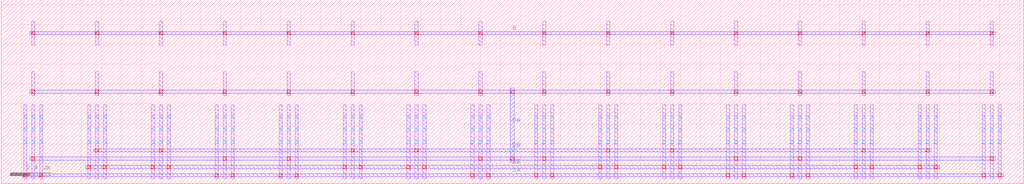
<source format=lef>
MACRO Switch_NMOS_nfin12_n12_X1_Y1
  ORIGIN 0 0 ;
  FOREIGN Switch_NMOS_nfin12_n12_X1_Y1 0 0 ;
  SIZE 0.6400 BY 1.8480 ;
  PIN S
    DIRECTION INOUT ;
    USE SIGNAL ;
    PORT
      LAYER M3 ;
        RECT 0.0600 0.0480 0.1000 1.5480 ;
    END
  END S
  PIN D
    DIRECTION INOUT ;
    USE SIGNAL ;
    PORT
      LAYER M2 ;
        RECT 0.1240 0.1520 0.3560 0.1840 ;
    END
  END D
  PIN G
    DIRECTION INOUT ;
    USE SIGNAL ;
    PORT
      LAYER M2 ;
        RECT 0.1240 0.9080 0.3560 0.9400 ;
    END
  END G
  OBS
    LAYER M1 ;
      RECT 0.3040 0.0480 0.3360 0.7920 ;
    LAYER M1 ;
      RECT 0.3040 0.8880 0.3360 1.1280 ;
    LAYER M1 ;
      RECT 0.3040 1.3920 0.3360 1.6320 ;
    LAYER M1 ;
      RECT 0.2240 0.0480 0.2560 0.7920 ;
    LAYER M1 ;
      RECT 0.3840 0.0480 0.4160 0.7920 ;
    LAYER M2 ;
      RECT 0.0440 0.0680 0.4360 0.1000 ;
    LAYER M2 ;
      RECT 0.0440 1.4960 0.3560 1.5280 ;
    LAYER V1 ;
      RECT 0.2240 0.0680 0.2560 0.1000 ;
    LAYER V1 ;
      RECT 0.3840 0.0680 0.4160 0.1000 ;
    LAYER V1 ;
      RECT 0.3040 0.1520 0.3360 0.1840 ;
    LAYER V1 ;
      RECT 0.3040 0.9080 0.3360 0.9400 ;
    LAYER V1 ;
      RECT 0.3040 1.4960 0.3360 1.5280 ;
    LAYER V2 ;
      RECT 0.0640 0.0680 0.0960 0.1000 ;
    LAYER V2 ;
      RECT 0.0640 1.4960 0.0960 1.5280 ;
    LAYER V0 ;
      RECT 0.3040 0.4040 0.3360 0.4360 ;
    LAYER V0 ;
      RECT 0.3040 0.5300 0.3360 0.5620 ;
    LAYER V0 ;
      RECT 0.3040 0.6560 0.3360 0.6880 ;
    LAYER V0 ;
      RECT 0.3040 0.9080 0.3360 0.9400 ;
    LAYER V0 ;
      RECT 0.3040 1.4960 0.3360 1.5280 ;
    LAYER V0 ;
      RECT 0.2240 0.4040 0.2560 0.4360 ;
    LAYER V0 ;
      RECT 0.2240 0.5300 0.2560 0.5620 ;
    LAYER V0 ;
      RECT 0.2240 0.6560 0.2560 0.6880 ;
    LAYER V0 ;
      RECT 0.3840 0.4040 0.4160 0.4360 ;
    LAYER V0 ;
      RECT 0.3840 0.5300 0.4160 0.5620 ;
    LAYER V0 ;
      RECT 0.3840 0.6560 0.4160 0.6880 ;
  END
END Switch_NMOS_nfin12_n12_X1_Y1
MACRO Switch_PMOS_nfin24_n12_X2_Y1
  ORIGIN 0 0 ;
  FOREIGN Switch_PMOS_nfin24_n12_X2_Y1 0 0 ;
  SIZE 0.8000 BY 1.8480 ;
  PIN S
    DIRECTION INOUT ;
    USE SIGNAL ;
    PORT
      LAYER M3 ;
        RECT 0.1400 0.0480 0.1800 1.5480 ;
    END
  END S
  PIN D
    DIRECTION INOUT ;
    USE SIGNAL ;
    PORT
      LAYER M2 ;
        RECT 0.2840 0.1520 0.5160 0.1840 ;
    END
  END D
  PIN G
    DIRECTION INOUT ;
    USE SIGNAL ;
    PORT
      LAYER M2 ;
        RECT 0.2840 0.9080 0.5160 0.9400 ;
    END
  END G
  OBS
    LAYER M1 ;
      RECT 0.3040 0.0480 0.3360 0.7920 ;
    LAYER M1 ;
      RECT 0.3040 0.8880 0.3360 1.1280 ;
    LAYER M1 ;
      RECT 0.3040 1.3920 0.3360 1.6320 ;
    LAYER M1 ;
      RECT 0.2240 0.0480 0.2560 0.7920 ;
    LAYER M1 ;
      RECT 0.3840 0.0480 0.4160 0.7920 ;
    LAYER M1 ;
      RECT 0.4640 0.0480 0.4960 0.7920 ;
    LAYER M1 ;
      RECT 0.4640 0.8880 0.4960 1.1280 ;
    LAYER M1 ;
      RECT 0.4640 1.3920 0.4960 1.6320 ;
    LAYER M1 ;
      RECT 0.5440 0.0480 0.5760 0.7920 ;
    LAYER M2 ;
      RECT 0.1240 0.0680 0.5960 0.1000 ;
    LAYER M2 ;
      RECT 0.1240 1.4960 0.5160 1.5280 ;
    LAYER V1 ;
      RECT 0.2240 0.0680 0.2560 0.1000 ;
    LAYER V1 ;
      RECT 0.3840 0.0680 0.4160 0.1000 ;
    LAYER V1 ;
      RECT 0.5440 0.0680 0.5760 0.1000 ;
    LAYER V1 ;
      RECT 0.3040 0.1520 0.3360 0.1840 ;
    LAYER V1 ;
      RECT 0.3040 0.9080 0.3360 0.9400 ;
    LAYER V1 ;
      RECT 0.3040 1.4960 0.3360 1.5280 ;
    LAYER V1 ;
      RECT 0.4640 0.1520 0.4960 0.1840 ;
    LAYER V1 ;
      RECT 0.4640 0.9080 0.4960 0.9400 ;
    LAYER V1 ;
      RECT 0.4640 1.4960 0.4960 1.5280 ;
    LAYER V2 ;
      RECT 0.1440 0.0680 0.1760 0.1000 ;
    LAYER V2 ;
      RECT 0.1440 1.4960 0.1760 1.5280 ;
    LAYER V0 ;
      RECT 0.3040 0.4040 0.3360 0.4360 ;
    LAYER V0 ;
      RECT 0.3040 0.5300 0.3360 0.5620 ;
    LAYER V0 ;
      RECT 0.3040 0.6560 0.3360 0.6880 ;
    LAYER V0 ;
      RECT 0.3040 0.9080 0.3360 0.9400 ;
    LAYER V0 ;
      RECT 0.3040 1.4960 0.3360 1.5280 ;
    LAYER V0 ;
      RECT 0.2240 0.4040 0.2560 0.4360 ;
    LAYER V0 ;
      RECT 0.2240 0.5300 0.2560 0.5620 ;
    LAYER V0 ;
      RECT 0.2240 0.6560 0.2560 0.6880 ;
    LAYER V0 ;
      RECT 0.3840 0.4040 0.4160 0.4360 ;
    LAYER V0 ;
      RECT 0.3840 0.4040 0.4160 0.4360 ;
    LAYER V0 ;
      RECT 0.3840 0.5300 0.4160 0.5620 ;
    LAYER V0 ;
      RECT 0.3840 0.5300 0.4160 0.5620 ;
    LAYER V0 ;
      RECT 0.3840 0.6560 0.4160 0.6880 ;
    LAYER V0 ;
      RECT 0.3840 0.6560 0.4160 0.6880 ;
    LAYER V0 ;
      RECT 0.4640 0.4040 0.4960 0.4360 ;
    LAYER V0 ;
      RECT 0.4640 0.5300 0.4960 0.5620 ;
    LAYER V0 ;
      RECT 0.4640 0.6560 0.4960 0.6880 ;
    LAYER V0 ;
      RECT 0.4640 0.9080 0.4960 0.9400 ;
    LAYER V0 ;
      RECT 0.4640 1.4960 0.4960 1.5280 ;
    LAYER V0 ;
      RECT 0.5440 0.4040 0.5760 0.4360 ;
    LAYER V0 ;
      RECT 0.5440 0.5300 0.5760 0.5620 ;
    LAYER V0 ;
      RECT 0.5440 0.6560 0.5760 0.6880 ;
  END
END Switch_PMOS_nfin24_n12_X2_Y1
MACRO Switch_PMOS_B_nfin24_n12_X2_Y1
  ORIGIN 0 0 ;
  FOREIGN Switch_PMOS_B_nfin24_n12_X2_Y1 0 0 ;
  SIZE 0.8000 BY 1.8480 ;
  PIN S
    DIRECTION INOUT ;
    USE SIGNAL ;
    PORT
      LAYER M2 ;
        RECT 0.2040 0.0680 0.5960 0.1000 ;
    END
  END S
  PIN D
    DIRECTION INOUT ;
    USE SIGNAL ;
    PORT
      LAYER M2 ;
        RECT 0.2840 0.1520 0.5160 0.1840 ;
    END
  END D
  PIN G
    DIRECTION INOUT ;
    USE SIGNAL ;
    PORT
      LAYER M2 ;
        RECT 0.2840 0.9080 0.5160 0.9400 ;
    END
  END G
  PIN B
    DIRECTION INOUT ;
    USE SIGNAL ;
    PORT
      LAYER M2 ;
        RECT 0.2840 1.4960 0.5160 1.5280 ;
    END
  END B
  OBS
    LAYER M1 ;
      RECT 0.3040 0.0480 0.3360 0.7920 ;
    LAYER M1 ;
      RECT 0.3040 0.8880 0.3360 1.1280 ;
    LAYER M1 ;
      RECT 0.3040 1.3920 0.3360 1.6320 ;
    LAYER M1 ;
      RECT 0.2240 0.0480 0.2560 0.7920 ;
    LAYER M1 ;
      RECT 0.3840 0.0480 0.4160 0.7920 ;
    LAYER M1 ;
      RECT 0.4640 0.0480 0.4960 0.7920 ;
    LAYER M1 ;
      RECT 0.4640 0.8880 0.4960 1.1280 ;
    LAYER M1 ;
      RECT 0.4640 1.3920 0.4960 1.6320 ;
    LAYER M1 ;
      RECT 0.5440 0.0480 0.5760 0.7920 ;
    LAYER V1 ;
      RECT 0.2240 0.0680 0.2560 0.1000 ;
    LAYER V1 ;
      RECT 0.3840 0.0680 0.4160 0.1000 ;
    LAYER V1 ;
      RECT 0.5440 0.0680 0.5760 0.1000 ;
    LAYER V1 ;
      RECT 0.3040 0.1520 0.3360 0.1840 ;
    LAYER V1 ;
      RECT 0.3040 0.9080 0.3360 0.9400 ;
    LAYER V1 ;
      RECT 0.3040 1.4960 0.3360 1.5280 ;
    LAYER V1 ;
      RECT 0.4640 0.1520 0.4960 0.1840 ;
    LAYER V1 ;
      RECT 0.4640 0.9080 0.4960 0.9400 ;
    LAYER V1 ;
      RECT 0.4640 1.4960 0.4960 1.5280 ;
    LAYER V0 ;
      RECT 0.3040 0.4040 0.3360 0.4360 ;
    LAYER V0 ;
      RECT 0.3040 0.5300 0.3360 0.5620 ;
    LAYER V0 ;
      RECT 0.3040 0.6560 0.3360 0.6880 ;
    LAYER V0 ;
      RECT 0.3040 0.9080 0.3360 0.9400 ;
    LAYER V0 ;
      RECT 0.3040 1.4960 0.3360 1.5280 ;
    LAYER V0 ;
      RECT 0.2240 0.4040 0.2560 0.4360 ;
    LAYER V0 ;
      RECT 0.2240 0.5300 0.2560 0.5620 ;
    LAYER V0 ;
      RECT 0.2240 0.6560 0.2560 0.6880 ;
    LAYER V0 ;
      RECT 0.3840 0.4040 0.4160 0.4360 ;
    LAYER V0 ;
      RECT 0.3840 0.4040 0.4160 0.4360 ;
    LAYER V0 ;
      RECT 0.3840 0.5300 0.4160 0.5620 ;
    LAYER V0 ;
      RECT 0.3840 0.5300 0.4160 0.5620 ;
    LAYER V0 ;
      RECT 0.3840 0.6560 0.4160 0.6880 ;
    LAYER V0 ;
      RECT 0.3840 0.6560 0.4160 0.6880 ;
    LAYER V0 ;
      RECT 0.4640 0.4040 0.4960 0.4360 ;
    LAYER V0 ;
      RECT 0.4640 0.5300 0.4960 0.5620 ;
    LAYER V0 ;
      RECT 0.4640 0.6560 0.4960 0.6880 ;
    LAYER V0 ;
      RECT 0.4640 0.9080 0.4960 0.9400 ;
    LAYER V0 ;
      RECT 0.4640 1.4960 0.4960 1.5280 ;
    LAYER V0 ;
      RECT 0.5440 0.4040 0.5760 0.4360 ;
    LAYER V0 ;
      RECT 0.5440 0.5300 0.5760 0.5620 ;
    LAYER V0 ;
      RECT 0.5440 0.6560 0.5760 0.6880 ;
  END
END Switch_PMOS_B_nfin24_n12_X2_Y1
MACRO DCL_PMOS_nfin12_n12_X1_Y1
  ORIGIN 0 0 ;
  FOREIGN DCL_PMOS_nfin12_n12_X1_Y1 0 0 ;
  SIZE 0.6400 BY 1.8480 ;
  PIN S
    DIRECTION INOUT ;
    USE SIGNAL ;
    PORT
      LAYER M3 ;
        RECT 0.1400 0.0480 0.1800 1.5480 ;
    END
  END S
  PIN D
    DIRECTION INOUT ;
    USE SIGNAL ;
    PORT
      LAYER M3 ;
        RECT 0.2200 0.1320 0.2600 0.9600 ;
    END
  END D
  OBS
    LAYER M1 ;
      RECT 0.3040 0.0480 0.3360 0.7920 ;
    LAYER M1 ;
      RECT 0.3040 0.8880 0.3360 1.1280 ;
    LAYER M1 ;
      RECT 0.3040 1.3920 0.3360 1.6320 ;
    LAYER M1 ;
      RECT 0.2240 0.0480 0.2560 0.7920 ;
    LAYER M1 ;
      RECT 0.3840 0.0480 0.4160 0.7920 ;
    LAYER M2 ;
      RECT 0.1240 0.0680 0.4360 0.1000 ;
    LAYER M2 ;
      RECT 0.1240 1.4960 0.3560 1.5280 ;
    LAYER M2 ;
      RECT 0.1240 0.1520 0.3560 0.1840 ;
    LAYER M2 ;
      RECT 0.1240 0.9080 0.3560 0.9400 ;
    LAYER V1 ;
      RECT 0.2240 0.0680 0.2560 0.1000 ;
    LAYER V1 ;
      RECT 0.3840 0.0680 0.4160 0.1000 ;
    LAYER V1 ;
      RECT 0.3040 0.1520 0.3360 0.1840 ;
    LAYER V1 ;
      RECT 0.3040 0.9080 0.3360 0.9400 ;
    LAYER V1 ;
      RECT 0.3040 1.4960 0.3360 1.5280 ;
    LAYER V2 ;
      RECT 0.1440 0.0680 0.1760 0.1000 ;
    LAYER V2 ;
      RECT 0.1440 1.4960 0.1760 1.5280 ;
    LAYER V2 ;
      RECT 0.2240 0.1520 0.2560 0.1840 ;
    LAYER V2 ;
      RECT 0.2240 0.9080 0.2560 0.9400 ;
    LAYER V0 ;
      RECT 0.3040 0.4040 0.3360 0.4360 ;
    LAYER V0 ;
      RECT 0.3040 0.5300 0.3360 0.5620 ;
    LAYER V0 ;
      RECT 0.3040 0.6560 0.3360 0.6880 ;
    LAYER V0 ;
      RECT 0.3040 0.9080 0.3360 0.9400 ;
    LAYER V0 ;
      RECT 0.3040 1.4960 0.3360 1.5280 ;
    LAYER V0 ;
      RECT 0.2240 0.4040 0.2560 0.4360 ;
    LAYER V0 ;
      RECT 0.2240 0.5300 0.2560 0.5620 ;
    LAYER V0 ;
      RECT 0.2240 0.6560 0.2560 0.6880 ;
    LAYER V0 ;
      RECT 0.3840 0.4040 0.4160 0.4360 ;
    LAYER V0 ;
      RECT 0.3840 0.5300 0.4160 0.5620 ;
    LAYER V0 ;
      RECT 0.3840 0.6560 0.4160 0.6880 ;
  END
END DCL_PMOS_nfin12_n12_X1_Y1
MACRO LS_S_NMOS_B_nfin48_n12_X4_Y1
  ORIGIN 0 0 ;
  FOREIGN LS_S_NMOS_B_nfin48_n12_X4_Y1 0 0 ;
  SIZE 5.1200 BY 1.8480 ;
  PIN SA
    DIRECTION INOUT ;
    USE SIGNAL ;
    PORT
      LAYER M2 ;
        RECT 0.2040 0.0680 4.9160 0.1000 ;
    END
  END SA
  PIN SB
    DIRECTION INOUT ;
    USE SIGNAL ;
    PORT
      LAYER M2 ;
        RECT 0.8440 0.1520 4.2760 0.1840 ;
    END
  END SB
  PIN DA
    DIRECTION INOUT ;
    USE SIGNAL ;
    PORT
      LAYER M3 ;
        RECT 2.5400 0.2160 2.5800 0.9600 ;
    END
  END DA
  PIN DB
    DIRECTION INOUT ;
    USE SIGNAL ;
    PORT
      LAYER M2 ;
        RECT 0.9240 0.3200 4.1960 0.3520 ;
    END
  END DB
  PIN B
    DIRECTION INOUT ;
    USE SIGNAL ;
    PORT
      LAYER M2 ;
        RECT 0.2840 1.4960 4.8360 1.5280 ;
    END
  END B
  OBS
    LAYER M1 ;
      RECT 0.3040 0.0480 0.3360 0.7920 ;
    LAYER M1 ;
      RECT 0.3040 0.8880 0.3360 1.1280 ;
    LAYER M1 ;
      RECT 0.3040 1.3920 0.3360 1.6320 ;
    LAYER M1 ;
      RECT 0.2240 0.0480 0.2560 0.7920 ;
    LAYER M1 ;
      RECT 0.3840 0.0480 0.4160 0.7920 ;
    LAYER M1 ;
      RECT 0.9440 0.0480 0.9760 0.7920 ;
    LAYER M1 ;
      RECT 0.9440 0.8880 0.9760 1.1280 ;
    LAYER M1 ;
      RECT 0.9440 1.3920 0.9760 1.6320 ;
    LAYER M1 ;
      RECT 0.8640 0.0480 0.8960 0.7920 ;
    LAYER M1 ;
      RECT 1.0240 0.0480 1.0560 0.7920 ;
    LAYER M1 ;
      RECT 1.5840 0.0480 1.6160 0.7920 ;
    LAYER M1 ;
      RECT 1.5840 0.8880 1.6160 1.1280 ;
    LAYER M1 ;
      RECT 1.5840 1.3920 1.6160 1.6320 ;
    LAYER M1 ;
      RECT 1.5040 0.0480 1.5360 0.7920 ;
    LAYER M1 ;
      RECT 1.6640 0.0480 1.6960 0.7920 ;
    LAYER M1 ;
      RECT 2.2240 0.0480 2.2560 0.7920 ;
    LAYER M1 ;
      RECT 2.2240 0.8880 2.2560 1.1280 ;
    LAYER M1 ;
      RECT 2.2240 1.3920 2.2560 1.6320 ;
    LAYER M1 ;
      RECT 2.1440 0.0480 2.1760 0.7920 ;
    LAYER M1 ;
      RECT 2.3040 0.0480 2.3360 0.7920 ;
    LAYER M1 ;
      RECT 2.8640 0.0480 2.8960 0.7920 ;
    LAYER M1 ;
      RECT 2.8640 0.8880 2.8960 1.1280 ;
    LAYER M1 ;
      RECT 2.8640 1.3920 2.8960 1.6320 ;
    LAYER M1 ;
      RECT 2.7840 0.0480 2.8160 0.7920 ;
    LAYER M1 ;
      RECT 2.9440 0.0480 2.9760 0.7920 ;
    LAYER M1 ;
      RECT 3.5040 0.0480 3.5360 0.7920 ;
    LAYER M1 ;
      RECT 3.5040 0.8880 3.5360 1.1280 ;
    LAYER M1 ;
      RECT 3.5040 1.3920 3.5360 1.6320 ;
    LAYER M1 ;
      RECT 3.4240 0.0480 3.4560 0.7920 ;
    LAYER M1 ;
      RECT 3.5840 0.0480 3.6160 0.7920 ;
    LAYER M1 ;
      RECT 4.1440 0.0480 4.1760 0.7920 ;
    LAYER M1 ;
      RECT 4.1440 0.8880 4.1760 1.1280 ;
    LAYER M1 ;
      RECT 4.1440 1.3920 4.1760 1.6320 ;
    LAYER M1 ;
      RECT 4.0640 0.0480 4.0960 0.7920 ;
    LAYER M1 ;
      RECT 4.2240 0.0480 4.2560 0.7920 ;
    LAYER M1 ;
      RECT 4.7840 0.0480 4.8160 0.7920 ;
    LAYER M1 ;
      RECT 4.7840 0.8880 4.8160 1.1280 ;
    LAYER M1 ;
      RECT 4.7840 1.3920 4.8160 1.6320 ;
    LAYER M1 ;
      RECT 4.7040 0.0480 4.7360 0.7920 ;
    LAYER M1 ;
      RECT 4.8640 0.0480 4.8960 0.7920 ;
    LAYER M2 ;
      RECT 0.2840 0.2360 4.8360 0.2680 ;
    LAYER M2 ;
      RECT 0.2840 0.9080 4.8360 0.9400 ;
    LAYER V1 ;
      RECT 0.2240 0.0680 0.2560 0.1000 ;
    LAYER V1 ;
      RECT 2.7840 0.0680 2.8160 0.1000 ;
    LAYER V1 ;
      RECT 0.3840 0.0680 0.4160 0.1000 ;
    LAYER V1 ;
      RECT 2.9440 0.0680 2.9760 0.1000 ;
    LAYER V1 ;
      RECT 2.1440 0.0680 2.1760 0.1000 ;
    LAYER V1 ;
      RECT 4.8640 0.0680 4.8960 0.1000 ;
    LAYER V1 ;
      RECT 4.7040 0.0680 4.7360 0.1000 ;
    LAYER V1 ;
      RECT 2.3040 0.0680 2.3360 0.1000 ;
    LAYER V1 ;
      RECT 0.8640 0.1520 0.8960 0.1840 ;
    LAYER V1 ;
      RECT 3.4240 0.1520 3.4560 0.1840 ;
    LAYER V1 ;
      RECT 3.5840 0.1520 3.6160 0.1840 ;
    LAYER V1 ;
      RECT 1.0240 0.1520 1.0560 0.1840 ;
    LAYER V1 ;
      RECT 1.5040 0.1520 1.5360 0.1840 ;
    LAYER V1 ;
      RECT 4.0640 0.1520 4.0960 0.1840 ;
    LAYER V1 ;
      RECT 1.6640 0.1520 1.6960 0.1840 ;
    LAYER V1 ;
      RECT 4.2240 0.1520 4.2560 0.1840 ;
    LAYER V1 ;
      RECT 0.3040 0.2360 0.3360 0.2680 ;
    LAYER V1 ;
      RECT 0.3040 0.9080 0.3360 0.9400 ;
    LAYER V1 ;
      RECT 0.3040 1.4960 0.3360 1.5280 ;
    LAYER V1 ;
      RECT 2.2240 0.2360 2.2560 0.2680 ;
    LAYER V1 ;
      RECT 2.2240 0.9080 2.2560 0.9400 ;
    LAYER V1 ;
      RECT 2.2240 1.4960 2.2560 1.5280 ;
    LAYER V1 ;
      RECT 4.7840 0.2360 4.8160 0.2680 ;
    LAYER V1 ;
      RECT 4.7840 0.9080 4.8160 0.9400 ;
    LAYER V1 ;
      RECT 4.7840 1.4960 4.8160 1.5280 ;
    LAYER V1 ;
      RECT 2.8640 0.2360 2.8960 0.2680 ;
    LAYER V1 ;
      RECT 2.8640 0.9080 2.8960 0.9400 ;
    LAYER V1 ;
      RECT 2.8640 1.4960 2.8960 1.5280 ;
    LAYER V1 ;
      RECT 0.9440 0.3200 0.9760 0.3520 ;
    LAYER V1 ;
      RECT 0.9440 0.9080 0.9760 0.9400 ;
    LAYER V1 ;
      RECT 0.9440 1.4960 0.9760 1.5280 ;
    LAYER V1 ;
      RECT 3.5040 0.3200 3.5360 0.3520 ;
    LAYER V1 ;
      RECT 3.5040 0.9080 3.5360 0.9400 ;
    LAYER V1 ;
      RECT 3.5040 1.4960 3.5360 1.5280 ;
    LAYER V1 ;
      RECT 4.1440 0.3200 4.1760 0.3520 ;
    LAYER V1 ;
      RECT 4.1440 0.9080 4.1760 0.9400 ;
    LAYER V1 ;
      RECT 4.1440 1.4960 4.1760 1.5280 ;
    LAYER V1 ;
      RECT 1.5840 0.3200 1.6160 0.3520 ;
    LAYER V1 ;
      RECT 1.5840 0.9080 1.6160 0.9400 ;
    LAYER V1 ;
      RECT 1.5840 1.4960 1.6160 1.5280 ;
    LAYER V2 ;
      RECT 2.5440 0.2360 2.5760 0.2680 ;
    LAYER V2 ;
      RECT 2.5440 0.9080 2.5760 0.9400 ;
    LAYER V0 ;
      RECT 0.3040 0.4040 0.3360 0.4360 ;
    LAYER V0 ;
      RECT 0.3040 0.5300 0.3360 0.5620 ;
    LAYER V0 ;
      RECT 0.3040 0.6560 0.3360 0.6880 ;
    LAYER V0 ;
      RECT 0.3040 0.9080 0.3360 0.9400 ;
    LAYER V0 ;
      RECT 0.3040 1.4960 0.3360 1.5280 ;
    LAYER V0 ;
      RECT 0.2240 0.4040 0.2560 0.4360 ;
    LAYER V0 ;
      RECT 0.2240 0.5300 0.2560 0.5620 ;
    LAYER V0 ;
      RECT 0.2240 0.6560 0.2560 0.6880 ;
    LAYER V0 ;
      RECT 0.3840 0.4040 0.4160 0.4360 ;
    LAYER V0 ;
      RECT 0.3840 0.5300 0.4160 0.5620 ;
    LAYER V0 ;
      RECT 0.3840 0.6560 0.4160 0.6880 ;
    LAYER V0 ;
      RECT 0.9440 0.4040 0.9760 0.4360 ;
    LAYER V0 ;
      RECT 0.9440 0.5300 0.9760 0.5620 ;
    LAYER V0 ;
      RECT 0.9440 0.6560 0.9760 0.6880 ;
    LAYER V0 ;
      RECT 0.9440 0.9080 0.9760 0.9400 ;
    LAYER V0 ;
      RECT 0.9440 1.4960 0.9760 1.5280 ;
    LAYER V0 ;
      RECT 0.8640 0.4040 0.8960 0.4360 ;
    LAYER V0 ;
      RECT 0.8640 0.5300 0.8960 0.5620 ;
    LAYER V0 ;
      RECT 0.8640 0.6560 0.8960 0.6880 ;
    LAYER V0 ;
      RECT 1.0240 0.4040 1.0560 0.4360 ;
    LAYER V0 ;
      RECT 1.0240 0.5300 1.0560 0.5620 ;
    LAYER V0 ;
      RECT 1.0240 0.6560 1.0560 0.6880 ;
    LAYER V0 ;
      RECT 1.5840 0.4040 1.6160 0.4360 ;
    LAYER V0 ;
      RECT 1.5840 0.5300 1.6160 0.5620 ;
    LAYER V0 ;
      RECT 1.5840 0.6560 1.6160 0.6880 ;
    LAYER V0 ;
      RECT 1.5840 0.9080 1.6160 0.9400 ;
    LAYER V0 ;
      RECT 1.5840 1.4960 1.6160 1.5280 ;
    LAYER V0 ;
      RECT 1.5040 0.4040 1.5360 0.4360 ;
    LAYER V0 ;
      RECT 1.5040 0.5300 1.5360 0.5620 ;
    LAYER V0 ;
      RECT 1.5040 0.6560 1.5360 0.6880 ;
    LAYER V0 ;
      RECT 1.6640 0.4040 1.6960 0.4360 ;
    LAYER V0 ;
      RECT 1.6640 0.5300 1.6960 0.5620 ;
    LAYER V0 ;
      RECT 1.6640 0.6560 1.6960 0.6880 ;
    LAYER V0 ;
      RECT 2.2240 0.4040 2.2560 0.4360 ;
    LAYER V0 ;
      RECT 2.2240 0.5300 2.2560 0.5620 ;
    LAYER V0 ;
      RECT 2.2240 0.6560 2.2560 0.6880 ;
    LAYER V0 ;
      RECT 2.2240 0.9080 2.2560 0.9400 ;
    LAYER V0 ;
      RECT 2.2240 1.4960 2.2560 1.5280 ;
    LAYER V0 ;
      RECT 2.1440 0.4040 2.1760 0.4360 ;
    LAYER V0 ;
      RECT 2.1440 0.5300 2.1760 0.5620 ;
    LAYER V0 ;
      RECT 2.1440 0.6560 2.1760 0.6880 ;
    LAYER V0 ;
      RECT 2.3040 0.4040 2.3360 0.4360 ;
    LAYER V0 ;
      RECT 2.3040 0.5300 2.3360 0.5620 ;
    LAYER V0 ;
      RECT 2.3040 0.6560 2.3360 0.6880 ;
    LAYER V0 ;
      RECT 2.8640 0.4040 2.8960 0.4360 ;
    LAYER V0 ;
      RECT 2.8640 0.5300 2.8960 0.5620 ;
    LAYER V0 ;
      RECT 2.8640 0.6560 2.8960 0.6880 ;
    LAYER V0 ;
      RECT 2.8640 0.9080 2.8960 0.9400 ;
    LAYER V0 ;
      RECT 2.8640 1.4960 2.8960 1.5280 ;
    LAYER V0 ;
      RECT 2.7840 0.4040 2.8160 0.4360 ;
    LAYER V0 ;
      RECT 2.7840 0.5300 2.8160 0.5620 ;
    LAYER V0 ;
      RECT 2.7840 0.6560 2.8160 0.6880 ;
    LAYER V0 ;
      RECT 2.9440 0.4040 2.9760 0.4360 ;
    LAYER V0 ;
      RECT 2.9440 0.5300 2.9760 0.5620 ;
    LAYER V0 ;
      RECT 2.9440 0.6560 2.9760 0.6880 ;
    LAYER V0 ;
      RECT 3.5040 0.4040 3.5360 0.4360 ;
    LAYER V0 ;
      RECT 3.5040 0.5300 3.5360 0.5620 ;
    LAYER V0 ;
      RECT 3.5040 0.6560 3.5360 0.6880 ;
    LAYER V0 ;
      RECT 3.5040 0.9080 3.5360 0.9400 ;
    LAYER V0 ;
      RECT 3.5040 1.4960 3.5360 1.5280 ;
    LAYER V0 ;
      RECT 3.4240 0.4040 3.4560 0.4360 ;
    LAYER V0 ;
      RECT 3.4240 0.5300 3.4560 0.5620 ;
    LAYER V0 ;
      RECT 3.4240 0.6560 3.4560 0.6880 ;
    LAYER V0 ;
      RECT 3.5840 0.4040 3.6160 0.4360 ;
    LAYER V0 ;
      RECT 3.5840 0.5300 3.6160 0.5620 ;
    LAYER V0 ;
      RECT 3.5840 0.6560 3.6160 0.6880 ;
    LAYER V0 ;
      RECT 4.1440 0.4040 4.1760 0.4360 ;
    LAYER V0 ;
      RECT 4.1440 0.5300 4.1760 0.5620 ;
    LAYER V0 ;
      RECT 4.1440 0.6560 4.1760 0.6880 ;
    LAYER V0 ;
      RECT 4.1440 0.9080 4.1760 0.9400 ;
    LAYER V0 ;
      RECT 4.1440 1.4960 4.1760 1.5280 ;
    LAYER V0 ;
      RECT 4.0640 0.4040 4.0960 0.4360 ;
    LAYER V0 ;
      RECT 4.0640 0.5300 4.0960 0.5620 ;
    LAYER V0 ;
      RECT 4.0640 0.6560 4.0960 0.6880 ;
    LAYER V0 ;
      RECT 4.2240 0.4040 4.2560 0.4360 ;
    LAYER V0 ;
      RECT 4.2240 0.5300 4.2560 0.5620 ;
    LAYER V0 ;
      RECT 4.2240 0.6560 4.2560 0.6880 ;
    LAYER V0 ;
      RECT 4.7840 0.4040 4.8160 0.4360 ;
    LAYER V0 ;
      RECT 4.7840 0.5300 4.8160 0.5620 ;
    LAYER V0 ;
      RECT 4.7840 0.6560 4.8160 0.6880 ;
    LAYER V0 ;
      RECT 4.7840 0.9080 4.8160 0.9400 ;
    LAYER V0 ;
      RECT 4.7840 1.4960 4.8160 1.5280 ;
    LAYER V0 ;
      RECT 4.7040 0.4040 4.7360 0.4360 ;
    LAYER V0 ;
      RECT 4.7040 0.5300 4.7360 0.5620 ;
    LAYER V0 ;
      RECT 4.7040 0.6560 4.7360 0.6880 ;
    LAYER V0 ;
      RECT 4.8640 0.4040 4.8960 0.4360 ;
    LAYER V0 ;
      RECT 4.8640 0.5300 4.8960 0.5620 ;
    LAYER V0 ;
      RECT 4.8640 0.6560 4.8960 0.6880 ;
  END
END LS_S_NMOS_B_nfin48_n12_X4_Y1
MACRO Switch_NMOS_nfin24_n12_X2_Y1
  ORIGIN 0 0 ;
  FOREIGN Switch_NMOS_nfin24_n12_X2_Y1 0 0 ;
  SIZE 0.8000 BY 1.8480 ;
  PIN S
    DIRECTION INOUT ;
    USE SIGNAL ;
    PORT
      LAYER M3 ;
        RECT 0.1400 0.0480 0.1800 1.5480 ;
    END
  END S
  PIN D
    DIRECTION INOUT ;
    USE SIGNAL ;
    PORT
      LAYER M2 ;
        RECT 0.2840 0.1520 0.5160 0.1840 ;
    END
  END D
  PIN G
    DIRECTION INOUT ;
    USE SIGNAL ;
    PORT
      LAYER M2 ;
        RECT 0.2840 0.9080 0.5160 0.9400 ;
    END
  END G
  OBS
    LAYER M1 ;
      RECT 0.3040 0.0480 0.3360 0.7920 ;
    LAYER M1 ;
      RECT 0.3040 0.8880 0.3360 1.1280 ;
    LAYER M1 ;
      RECT 0.3040 1.3920 0.3360 1.6320 ;
    LAYER M1 ;
      RECT 0.2240 0.0480 0.2560 0.7920 ;
    LAYER M1 ;
      RECT 0.3840 0.0480 0.4160 0.7920 ;
    LAYER M1 ;
      RECT 0.4640 0.0480 0.4960 0.7920 ;
    LAYER M1 ;
      RECT 0.4640 0.8880 0.4960 1.1280 ;
    LAYER M1 ;
      RECT 0.4640 1.3920 0.4960 1.6320 ;
    LAYER M1 ;
      RECT 0.5440 0.0480 0.5760 0.7920 ;
    LAYER M2 ;
      RECT 0.1240 0.0680 0.5960 0.1000 ;
    LAYER M2 ;
      RECT 0.1240 1.4960 0.5160 1.5280 ;
    LAYER V1 ;
      RECT 0.2240 0.0680 0.2560 0.1000 ;
    LAYER V1 ;
      RECT 0.3840 0.0680 0.4160 0.1000 ;
    LAYER V1 ;
      RECT 0.5440 0.0680 0.5760 0.1000 ;
    LAYER V1 ;
      RECT 0.3040 0.1520 0.3360 0.1840 ;
    LAYER V1 ;
      RECT 0.3040 0.9080 0.3360 0.9400 ;
    LAYER V1 ;
      RECT 0.3040 1.4960 0.3360 1.5280 ;
    LAYER V1 ;
      RECT 0.4640 0.1520 0.4960 0.1840 ;
    LAYER V1 ;
      RECT 0.4640 0.9080 0.4960 0.9400 ;
    LAYER V1 ;
      RECT 0.4640 1.4960 0.4960 1.5280 ;
    LAYER V2 ;
      RECT 0.1440 0.0680 0.1760 0.1000 ;
    LAYER V2 ;
      RECT 0.1440 1.4960 0.1760 1.5280 ;
    LAYER V0 ;
      RECT 0.3040 0.4040 0.3360 0.4360 ;
    LAYER V0 ;
      RECT 0.3040 0.5300 0.3360 0.5620 ;
    LAYER V0 ;
      RECT 0.3040 0.6560 0.3360 0.6880 ;
    LAYER V0 ;
      RECT 0.3040 0.9080 0.3360 0.9400 ;
    LAYER V0 ;
      RECT 0.3040 1.4960 0.3360 1.5280 ;
    LAYER V0 ;
      RECT 0.2240 0.4040 0.2560 0.4360 ;
    LAYER V0 ;
      RECT 0.2240 0.5300 0.2560 0.5620 ;
    LAYER V0 ;
      RECT 0.2240 0.6560 0.2560 0.6880 ;
    LAYER V0 ;
      RECT 0.3840 0.4040 0.4160 0.4360 ;
    LAYER V0 ;
      RECT 0.3840 0.4040 0.4160 0.4360 ;
    LAYER V0 ;
      RECT 0.3840 0.5300 0.4160 0.5620 ;
    LAYER V0 ;
      RECT 0.3840 0.5300 0.4160 0.5620 ;
    LAYER V0 ;
      RECT 0.3840 0.6560 0.4160 0.6880 ;
    LAYER V0 ;
      RECT 0.3840 0.6560 0.4160 0.6880 ;
    LAYER V0 ;
      RECT 0.4640 0.4040 0.4960 0.4360 ;
    LAYER V0 ;
      RECT 0.4640 0.5300 0.4960 0.5620 ;
    LAYER V0 ;
      RECT 0.4640 0.6560 0.4960 0.6880 ;
    LAYER V0 ;
      RECT 0.4640 0.9080 0.4960 0.9400 ;
    LAYER V0 ;
      RECT 0.4640 1.4960 0.4960 1.5280 ;
    LAYER V0 ;
      RECT 0.5440 0.4040 0.5760 0.4360 ;
    LAYER V0 ;
      RECT 0.5440 0.5300 0.5760 0.5620 ;
    LAYER V0 ;
      RECT 0.5440 0.6560 0.5760 0.6880 ;
  END
END Switch_NMOS_nfin24_n12_X2_Y1
MACRO Dcap_NMOS_nfin12_n12_X1_Y1
  ORIGIN 0 0 ;
  FOREIGN Dcap_NMOS_nfin12_n12_X1_Y1 0 0 ;
  SIZE 0.6400 BY 1.8480 ;
  PIN S
    DIRECTION INOUT ;
    USE SIGNAL ;
    PORT
      LAYER M3 ;
        RECT 0.1400 0.0480 0.1800 1.5480 ;
    END
  END S
  PIN G
    DIRECTION INOUT ;
    USE SIGNAL ;
    PORT
      LAYER M2 ;
        RECT 0.1240 0.9080 0.3560 0.9400 ;
    END
  END G
  OBS
    LAYER M1 ;
      RECT 0.3040 0.0480 0.3360 0.7920 ;
    LAYER M1 ;
      RECT 0.3040 0.8880 0.3360 1.1280 ;
    LAYER M1 ;
      RECT 0.3040 1.3920 0.3360 1.6320 ;
    LAYER M1 ;
      RECT 0.2240 0.0480 0.2560 0.7920 ;
    LAYER M1 ;
      RECT 0.3840 0.0480 0.4160 0.7920 ;
    LAYER M2 ;
      RECT 0.1240 0.0680 0.4360 0.1000 ;
    LAYER M2 ;
      RECT 0.1240 0.1520 0.3560 0.1840 ;
    LAYER M2 ;
      RECT 0.1240 1.4960 0.3560 1.5280 ;
    LAYER V1 ;
      RECT 0.2240 0.0680 0.2560 0.1000 ;
    LAYER V1 ;
      RECT 0.3840 0.0680 0.4160 0.1000 ;
    LAYER V1 ;
      RECT 0.3040 0.1520 0.3360 0.1840 ;
    LAYER V1 ;
      RECT 0.3040 0.9080 0.3360 0.9400 ;
    LAYER V1 ;
      RECT 0.3040 1.4960 0.3360 1.5280 ;
    LAYER V2 ;
      RECT 0.1440 0.0680 0.1760 0.1000 ;
    LAYER V2 ;
      RECT 0.1440 0.1520 0.1760 0.1840 ;
    LAYER V2 ;
      RECT 0.1440 1.4960 0.1760 1.5280 ;
    LAYER V0 ;
      RECT 0.3040 0.4040 0.3360 0.4360 ;
    LAYER V0 ;
      RECT 0.3040 0.5300 0.3360 0.5620 ;
    LAYER V0 ;
      RECT 0.3040 0.6560 0.3360 0.6880 ;
    LAYER V0 ;
      RECT 0.3040 0.9080 0.3360 0.9400 ;
    LAYER V0 ;
      RECT 0.3040 1.4960 0.3360 1.5280 ;
    LAYER V0 ;
      RECT 0.2240 0.4040 0.2560 0.4360 ;
    LAYER V0 ;
      RECT 0.2240 0.5300 0.2560 0.5620 ;
    LAYER V0 ;
      RECT 0.2240 0.6560 0.2560 0.6880 ;
    LAYER V0 ;
      RECT 0.3840 0.4040 0.4160 0.4360 ;
    LAYER V0 ;
      RECT 0.3840 0.5300 0.4160 0.5620 ;
    LAYER V0 ;
      RECT 0.3840 0.6560 0.4160 0.6880 ;
  END
END Dcap_NMOS_nfin12_n12_X1_Y1
MACRO CMC_NMOS_nfin24_n12_X2_Y1
  ORIGIN 0 0 ;
  FOREIGN CMC_NMOS_nfin24_n12_X2_Y1 0 0 ;
  SIZE 1.1200 BY 1.8480 ;
  PIN S
    DIRECTION INOUT ;
    USE SIGNAL ;
    PORT
      LAYER M3 ;
        RECT 0.3000 0.0480 0.3400 1.5480 ;
    END
  END S
  PIN DA
    DIRECTION INOUT ;
    USE SIGNAL ;
    PORT
      LAYER M2 ;
        RECT 0.2840 0.1520 0.8360 0.1840 ;
    END
  END DA
  PIN DB
    DIRECTION INOUT ;
    USE SIGNAL ;
    PORT
      LAYER M2 ;
        RECT 0.4440 0.2360 0.6760 0.2680 ;
    END
  END DB
  PIN G
    DIRECTION INOUT ;
    USE SIGNAL ;
    PORT
      LAYER M2 ;
        RECT 0.2840 0.9080 0.8360 0.9400 ;
    END
  END G
  OBS
    LAYER M1 ;
      RECT 0.3040 0.0480 0.3360 0.7920 ;
    LAYER M1 ;
      RECT 0.3040 0.8880 0.3360 1.1280 ;
    LAYER M1 ;
      RECT 0.3040 1.3920 0.3360 1.6320 ;
    LAYER M1 ;
      RECT 0.2240 0.0480 0.2560 0.7920 ;
    LAYER M1 ;
      RECT 0.3840 0.0480 0.4160 0.7920 ;
    LAYER M1 ;
      RECT 0.4640 0.0480 0.4960 0.7920 ;
    LAYER M1 ;
      RECT 0.4640 0.8880 0.4960 1.1280 ;
    LAYER M1 ;
      RECT 0.4640 1.3920 0.4960 1.6320 ;
    LAYER M1 ;
      RECT 0.5440 0.0480 0.5760 0.7920 ;
    LAYER M1 ;
      RECT 0.6240 0.0480 0.6560 0.7920 ;
    LAYER M1 ;
      RECT 0.6240 0.8880 0.6560 1.1280 ;
    LAYER M1 ;
      RECT 0.6240 1.3920 0.6560 1.6320 ;
    LAYER M1 ;
      RECT 0.7040 0.0480 0.7360 0.7920 ;
    LAYER M1 ;
      RECT 0.7840 0.0480 0.8160 0.7920 ;
    LAYER M1 ;
      RECT 0.7840 0.8880 0.8160 1.1280 ;
    LAYER M1 ;
      RECT 0.7840 1.3920 0.8160 1.6320 ;
    LAYER M1 ;
      RECT 0.8640 0.0480 0.8960 0.7920 ;
    LAYER M2 ;
      RECT 0.2040 0.0680 0.9160 0.1000 ;
    LAYER M2 ;
      RECT 0.2840 1.4960 0.8360 1.5280 ;
    LAYER V1 ;
      RECT 0.2240 0.0680 0.2560 0.1000 ;
    LAYER V1 ;
      RECT 0.3840 0.0680 0.4160 0.1000 ;
    LAYER V1 ;
      RECT 0.5440 0.0680 0.5760 0.1000 ;
    LAYER V1 ;
      RECT 0.7040 0.0680 0.7360 0.1000 ;
    LAYER V1 ;
      RECT 0.8640 0.0680 0.8960 0.1000 ;
    LAYER V1 ;
      RECT 0.6240 0.2360 0.6560 0.2680 ;
    LAYER V1 ;
      RECT 0.6240 0.9080 0.6560 0.9400 ;
    LAYER V1 ;
      RECT 0.6240 1.4960 0.6560 1.5280 ;
    LAYER V1 ;
      RECT 0.7840 0.1520 0.8160 0.1840 ;
    LAYER V1 ;
      RECT 0.7840 0.9080 0.8160 0.9400 ;
    LAYER V1 ;
      RECT 0.7840 1.4960 0.8160 1.5280 ;
    LAYER V1 ;
      RECT 0.3040 0.1520 0.3360 0.1840 ;
    LAYER V1 ;
      RECT 0.3040 0.9080 0.3360 0.9400 ;
    LAYER V1 ;
      RECT 0.3040 1.4960 0.3360 1.5280 ;
    LAYER V1 ;
      RECT 0.4640 0.2360 0.4960 0.2680 ;
    LAYER V1 ;
      RECT 0.4640 0.9080 0.4960 0.9400 ;
    LAYER V1 ;
      RECT 0.4640 1.4960 0.4960 1.5280 ;
    LAYER V2 ;
      RECT 0.3040 0.0680 0.3360 0.1000 ;
    LAYER V2 ;
      RECT 0.3040 1.4960 0.3360 1.5280 ;
    LAYER V0 ;
      RECT 0.3040 0.4040 0.3360 0.4360 ;
    LAYER V0 ;
      RECT 0.3040 0.5300 0.3360 0.5620 ;
    LAYER V0 ;
      RECT 0.3040 0.6560 0.3360 0.6880 ;
    LAYER V0 ;
      RECT 0.3040 0.9080 0.3360 0.9400 ;
    LAYER V0 ;
      RECT 0.3040 1.4960 0.3360 1.5280 ;
    LAYER V0 ;
      RECT 0.2240 0.4040 0.2560 0.4360 ;
    LAYER V0 ;
      RECT 0.2240 0.5300 0.2560 0.5620 ;
    LAYER V0 ;
      RECT 0.2240 0.6560 0.2560 0.6880 ;
    LAYER V0 ;
      RECT 0.3840 0.4040 0.4160 0.4360 ;
    LAYER V0 ;
      RECT 0.3840 0.4040 0.4160 0.4360 ;
    LAYER V0 ;
      RECT 0.3840 0.5300 0.4160 0.5620 ;
    LAYER V0 ;
      RECT 0.3840 0.5300 0.4160 0.5620 ;
    LAYER V0 ;
      RECT 0.3840 0.6560 0.4160 0.6880 ;
    LAYER V0 ;
      RECT 0.3840 0.6560 0.4160 0.6880 ;
    LAYER V0 ;
      RECT 0.4640 0.4040 0.4960 0.4360 ;
    LAYER V0 ;
      RECT 0.4640 0.5300 0.4960 0.5620 ;
    LAYER V0 ;
      RECT 0.4640 0.6560 0.4960 0.6880 ;
    LAYER V0 ;
      RECT 0.4640 0.9080 0.4960 0.9400 ;
    LAYER V0 ;
      RECT 0.4640 1.4960 0.4960 1.5280 ;
    LAYER V0 ;
      RECT 0.5440 0.4040 0.5760 0.4360 ;
    LAYER V0 ;
      RECT 0.5440 0.4040 0.5760 0.4360 ;
    LAYER V0 ;
      RECT 0.5440 0.5300 0.5760 0.5620 ;
    LAYER V0 ;
      RECT 0.5440 0.5300 0.5760 0.5620 ;
    LAYER V0 ;
      RECT 0.5440 0.6560 0.5760 0.6880 ;
    LAYER V0 ;
      RECT 0.5440 0.6560 0.5760 0.6880 ;
    LAYER V0 ;
      RECT 0.6240 0.4040 0.6560 0.4360 ;
    LAYER V0 ;
      RECT 0.6240 0.5300 0.6560 0.5620 ;
    LAYER V0 ;
      RECT 0.6240 0.6560 0.6560 0.6880 ;
    LAYER V0 ;
      RECT 0.6240 0.9080 0.6560 0.9400 ;
    LAYER V0 ;
      RECT 0.6240 1.4960 0.6560 1.5280 ;
    LAYER V0 ;
      RECT 0.7040 0.4040 0.7360 0.4360 ;
    LAYER V0 ;
      RECT 0.7040 0.4040 0.7360 0.4360 ;
    LAYER V0 ;
      RECT 0.7040 0.5300 0.7360 0.5620 ;
    LAYER V0 ;
      RECT 0.7040 0.5300 0.7360 0.5620 ;
    LAYER V0 ;
      RECT 0.7040 0.6560 0.7360 0.6880 ;
    LAYER V0 ;
      RECT 0.7040 0.6560 0.7360 0.6880 ;
    LAYER V0 ;
      RECT 0.7840 0.4040 0.8160 0.4360 ;
    LAYER V0 ;
      RECT 0.7840 0.5300 0.8160 0.5620 ;
    LAYER V0 ;
      RECT 0.7840 0.6560 0.8160 0.6880 ;
    LAYER V0 ;
      RECT 0.7840 0.9080 0.8160 0.9400 ;
    LAYER V0 ;
      RECT 0.7840 1.4960 0.8160 1.5280 ;
    LAYER V0 ;
      RECT 0.8640 0.4040 0.8960 0.4360 ;
    LAYER V0 ;
      RECT 0.8640 0.5300 0.8960 0.5620 ;
    LAYER V0 ;
      RECT 0.8640 0.6560 0.8960 0.6880 ;
  END
END CMC_NMOS_nfin24_n12_X2_Y1
MACRO Switch_NMOS_B_nfin24_n12_X2_Y1
  ORIGIN 0 0 ;
  FOREIGN Switch_NMOS_B_nfin24_n12_X2_Y1 0 0 ;
  SIZE 0.8000 BY 1.8480 ;
  PIN S
    DIRECTION INOUT ;
    USE SIGNAL ;
    PORT
      LAYER M2 ;
        RECT 0.2040 0.0680 0.5960 0.1000 ;
    END
  END S
  PIN D
    DIRECTION INOUT ;
    USE SIGNAL ;
    PORT
      LAYER M2 ;
        RECT 0.2840 0.1520 0.5160 0.1840 ;
    END
  END D
  PIN G
    DIRECTION INOUT ;
    USE SIGNAL ;
    PORT
      LAYER M2 ;
        RECT 0.2840 0.9080 0.5160 0.9400 ;
    END
  END G
  PIN B
    DIRECTION INOUT ;
    USE SIGNAL ;
    PORT
      LAYER M2 ;
        RECT 0.2840 1.4960 0.5160 1.5280 ;
    END
  END B
  OBS
    LAYER M1 ;
      RECT 0.3040 0.0480 0.3360 0.7920 ;
    LAYER M1 ;
      RECT 0.3040 0.8880 0.3360 1.1280 ;
    LAYER M1 ;
      RECT 0.3040 1.3920 0.3360 1.6320 ;
    LAYER M1 ;
      RECT 0.2240 0.0480 0.2560 0.7920 ;
    LAYER M1 ;
      RECT 0.3840 0.0480 0.4160 0.7920 ;
    LAYER M1 ;
      RECT 0.4640 0.0480 0.4960 0.7920 ;
    LAYER M1 ;
      RECT 0.4640 0.8880 0.4960 1.1280 ;
    LAYER M1 ;
      RECT 0.4640 1.3920 0.4960 1.6320 ;
    LAYER M1 ;
      RECT 0.5440 0.0480 0.5760 0.7920 ;
    LAYER V1 ;
      RECT 0.2240 0.0680 0.2560 0.1000 ;
    LAYER V1 ;
      RECT 0.3840 0.0680 0.4160 0.1000 ;
    LAYER V1 ;
      RECT 0.5440 0.0680 0.5760 0.1000 ;
    LAYER V1 ;
      RECT 0.3040 0.1520 0.3360 0.1840 ;
    LAYER V1 ;
      RECT 0.3040 0.9080 0.3360 0.9400 ;
    LAYER V1 ;
      RECT 0.3040 1.4960 0.3360 1.5280 ;
    LAYER V1 ;
      RECT 0.4640 0.1520 0.4960 0.1840 ;
    LAYER V1 ;
      RECT 0.4640 0.9080 0.4960 0.9400 ;
    LAYER V1 ;
      RECT 0.4640 1.4960 0.4960 1.5280 ;
    LAYER V0 ;
      RECT 0.3040 0.4040 0.3360 0.4360 ;
    LAYER V0 ;
      RECT 0.3040 0.5300 0.3360 0.5620 ;
    LAYER V0 ;
      RECT 0.3040 0.6560 0.3360 0.6880 ;
    LAYER V0 ;
      RECT 0.3040 0.9080 0.3360 0.9400 ;
    LAYER V0 ;
      RECT 0.3040 1.4960 0.3360 1.5280 ;
    LAYER V0 ;
      RECT 0.2240 0.4040 0.2560 0.4360 ;
    LAYER V0 ;
      RECT 0.2240 0.5300 0.2560 0.5620 ;
    LAYER V0 ;
      RECT 0.2240 0.6560 0.2560 0.6880 ;
    LAYER V0 ;
      RECT 0.3840 0.4040 0.4160 0.4360 ;
    LAYER V0 ;
      RECT 0.3840 0.4040 0.4160 0.4360 ;
    LAYER V0 ;
      RECT 0.3840 0.5300 0.4160 0.5620 ;
    LAYER V0 ;
      RECT 0.3840 0.5300 0.4160 0.5620 ;
    LAYER V0 ;
      RECT 0.3840 0.6560 0.4160 0.6880 ;
    LAYER V0 ;
      RECT 0.3840 0.6560 0.4160 0.6880 ;
    LAYER V0 ;
      RECT 0.4640 0.4040 0.4960 0.4360 ;
    LAYER V0 ;
      RECT 0.4640 0.5300 0.4960 0.5620 ;
    LAYER V0 ;
      RECT 0.4640 0.6560 0.4960 0.6880 ;
    LAYER V0 ;
      RECT 0.4640 0.9080 0.4960 0.9400 ;
    LAYER V0 ;
      RECT 0.4640 1.4960 0.4960 1.5280 ;
    LAYER V0 ;
      RECT 0.5440 0.4040 0.5760 0.4360 ;
    LAYER V0 ;
      RECT 0.5440 0.5300 0.5760 0.5620 ;
    LAYER V0 ;
      RECT 0.5440 0.6560 0.5760 0.6880 ;
  END
END Switch_NMOS_B_nfin24_n12_X2_Y1
MACRO Switch_PMOS_B_nfin36_n12_X3_Y1
  ORIGIN 0 0 ;
  FOREIGN Switch_PMOS_B_nfin36_n12_X3_Y1 0 0 ;
  SIZE 0.9600 BY 1.8480 ;
  PIN S
    DIRECTION INOUT ;
    USE SIGNAL ;
    PORT
      LAYER M2 ;
        RECT 0.2040 0.0680 0.7560 0.1000 ;
    END
  END S
  PIN D
    DIRECTION INOUT ;
    USE SIGNAL ;
    PORT
      LAYER M2 ;
        RECT 0.2840 0.1520 0.6760 0.1840 ;
    END
  END D
  PIN G
    DIRECTION INOUT ;
    USE SIGNAL ;
    PORT
      LAYER M2 ;
        RECT 0.2840 0.9080 0.6760 0.9400 ;
    END
  END G
  PIN B
    DIRECTION INOUT ;
    USE SIGNAL ;
    PORT
      LAYER M2 ;
        RECT 0.2840 1.4960 0.6760 1.5280 ;
    END
  END B
  OBS
    LAYER M1 ;
      RECT 0.3040 0.0480 0.3360 0.7920 ;
    LAYER M1 ;
      RECT 0.3040 0.8880 0.3360 1.1280 ;
    LAYER M1 ;
      RECT 0.3040 1.3920 0.3360 1.6320 ;
    LAYER M1 ;
      RECT 0.2240 0.0480 0.2560 0.7920 ;
    LAYER M1 ;
      RECT 0.3840 0.0480 0.4160 0.7920 ;
    LAYER M1 ;
      RECT 0.4640 0.0480 0.4960 0.7920 ;
    LAYER M1 ;
      RECT 0.4640 0.8880 0.4960 1.1280 ;
    LAYER M1 ;
      RECT 0.4640 1.3920 0.4960 1.6320 ;
    LAYER M1 ;
      RECT 0.5440 0.0480 0.5760 0.7920 ;
    LAYER M1 ;
      RECT 0.6240 0.0480 0.6560 0.7920 ;
    LAYER M1 ;
      RECT 0.6240 0.8880 0.6560 1.1280 ;
    LAYER M1 ;
      RECT 0.6240 1.3920 0.6560 1.6320 ;
    LAYER M1 ;
      RECT 0.7040 0.0480 0.7360 0.7920 ;
    LAYER V1 ;
      RECT 0.7040 0.0680 0.7360 0.1000 ;
    LAYER V1 ;
      RECT 0.2240 0.0680 0.2560 0.1000 ;
    LAYER V1 ;
      RECT 0.3840 0.0680 0.4160 0.1000 ;
    LAYER V1 ;
      RECT 0.5440 0.0680 0.5760 0.1000 ;
    LAYER V1 ;
      RECT 0.6240 0.1520 0.6560 0.1840 ;
    LAYER V1 ;
      RECT 0.6240 0.9080 0.6560 0.9400 ;
    LAYER V1 ;
      RECT 0.6240 1.4960 0.6560 1.5280 ;
    LAYER V1 ;
      RECT 0.3040 0.1520 0.3360 0.1840 ;
    LAYER V1 ;
      RECT 0.3040 0.9080 0.3360 0.9400 ;
    LAYER V1 ;
      RECT 0.3040 1.4960 0.3360 1.5280 ;
    LAYER V1 ;
      RECT 0.4640 0.1520 0.4960 0.1840 ;
    LAYER V1 ;
      RECT 0.4640 0.9080 0.4960 0.9400 ;
    LAYER V1 ;
      RECT 0.4640 1.4960 0.4960 1.5280 ;
    LAYER V0 ;
      RECT 0.3040 0.4040 0.3360 0.4360 ;
    LAYER V0 ;
      RECT 0.3040 0.5300 0.3360 0.5620 ;
    LAYER V0 ;
      RECT 0.3040 0.6560 0.3360 0.6880 ;
    LAYER V0 ;
      RECT 0.3040 0.9080 0.3360 0.9400 ;
    LAYER V0 ;
      RECT 0.3040 1.4960 0.3360 1.5280 ;
    LAYER V0 ;
      RECT 0.2240 0.4040 0.2560 0.4360 ;
    LAYER V0 ;
      RECT 0.2240 0.5300 0.2560 0.5620 ;
    LAYER V0 ;
      RECT 0.2240 0.6560 0.2560 0.6880 ;
    LAYER V0 ;
      RECT 0.3840 0.4040 0.4160 0.4360 ;
    LAYER V0 ;
      RECT 0.3840 0.4040 0.4160 0.4360 ;
    LAYER V0 ;
      RECT 0.3840 0.5300 0.4160 0.5620 ;
    LAYER V0 ;
      RECT 0.3840 0.5300 0.4160 0.5620 ;
    LAYER V0 ;
      RECT 0.3840 0.6560 0.4160 0.6880 ;
    LAYER V0 ;
      RECT 0.3840 0.6560 0.4160 0.6880 ;
    LAYER V0 ;
      RECT 0.4640 0.4040 0.4960 0.4360 ;
    LAYER V0 ;
      RECT 0.4640 0.5300 0.4960 0.5620 ;
    LAYER V0 ;
      RECT 0.4640 0.6560 0.4960 0.6880 ;
    LAYER V0 ;
      RECT 0.4640 0.9080 0.4960 0.9400 ;
    LAYER V0 ;
      RECT 0.4640 1.4960 0.4960 1.5280 ;
    LAYER V0 ;
      RECT 0.5440 0.4040 0.5760 0.4360 ;
    LAYER V0 ;
      RECT 0.5440 0.4040 0.5760 0.4360 ;
    LAYER V0 ;
      RECT 0.5440 0.5300 0.5760 0.5620 ;
    LAYER V0 ;
      RECT 0.5440 0.5300 0.5760 0.5620 ;
    LAYER V0 ;
      RECT 0.5440 0.6560 0.5760 0.6880 ;
    LAYER V0 ;
      RECT 0.5440 0.6560 0.5760 0.6880 ;
    LAYER V0 ;
      RECT 0.6240 0.4040 0.6560 0.4360 ;
    LAYER V0 ;
      RECT 0.6240 0.5300 0.6560 0.5620 ;
    LAYER V0 ;
      RECT 0.6240 0.6560 0.6560 0.6880 ;
    LAYER V0 ;
      RECT 0.6240 0.9080 0.6560 0.9400 ;
    LAYER V0 ;
      RECT 0.6240 1.4960 0.6560 1.5280 ;
    LAYER V0 ;
      RECT 0.7040 0.4040 0.7360 0.4360 ;
    LAYER V0 ;
      RECT 0.7040 0.5300 0.7360 0.5620 ;
    LAYER V0 ;
      RECT 0.7040 0.6560 0.7360 0.6880 ;
  END
END Switch_PMOS_B_nfin36_n12_X3_Y1
MACRO DP_NMOS_B_nfin60_n12_X5_Y1
  ORIGIN 0 0 ;
  FOREIGN DP_NMOS_B_nfin60_n12_X5_Y1 0 0 ;
  SIZE 2.0800 BY 1.8480 ;
  PIN S
    DIRECTION INOUT ;
    USE SIGNAL ;
    PORT
      LAYER M2 ;
        RECT 0.2040 0.0680 1.8760 0.1000 ;
    END
  END S
  PIN DA
    DIRECTION INOUT ;
    USE SIGNAL ;
    PORT
      LAYER M2 ;
        RECT 0.2840 0.1520 1.6360 0.1840 ;
    END
  END DA
  PIN DB
    DIRECTION INOUT ;
    USE SIGNAL ;
    PORT
      LAYER M2 ;
        RECT 0.4440 0.2360 1.7960 0.2680 ;
    END
  END DB
  PIN GA
    DIRECTION INOUT ;
    USE SIGNAL ;
    PORT
      LAYER M2 ;
        RECT 0.2840 0.9080 1.6360 0.9400 ;
    END
  END GA
  PIN GB
    DIRECTION INOUT ;
    USE SIGNAL ;
    PORT
      LAYER M2 ;
        RECT 0.4440 0.9920 1.7960 1.0240 ;
    END
  END GB
  PIN B
    DIRECTION INOUT ;
    USE SIGNAL ;
    PORT
      LAYER M2 ;
        RECT 0.2840 1.4960 1.7960 1.5280 ;
    END
  END B
  OBS
    LAYER M1 ;
      RECT 0.3040 0.0480 0.3360 0.7920 ;
    LAYER M1 ;
      RECT 0.3040 0.8880 0.3360 1.1280 ;
    LAYER M1 ;
      RECT 0.3040 1.3920 0.3360 1.6320 ;
    LAYER M1 ;
      RECT 0.2240 0.0480 0.2560 0.7920 ;
    LAYER M1 ;
      RECT 0.3840 0.0480 0.4160 0.7920 ;
    LAYER M1 ;
      RECT 0.4640 0.0480 0.4960 0.7920 ;
    LAYER M1 ;
      RECT 0.4640 0.8880 0.4960 1.1280 ;
    LAYER M1 ;
      RECT 0.4640 1.3920 0.4960 1.6320 ;
    LAYER M1 ;
      RECT 0.5440 0.0480 0.5760 0.7920 ;
    LAYER M1 ;
      RECT 0.6240 0.0480 0.6560 0.7920 ;
    LAYER M1 ;
      RECT 0.6240 0.8880 0.6560 1.1280 ;
    LAYER M1 ;
      RECT 0.6240 1.3920 0.6560 1.6320 ;
    LAYER M1 ;
      RECT 0.7040 0.0480 0.7360 0.7920 ;
    LAYER M1 ;
      RECT 0.7840 0.0480 0.8160 0.7920 ;
    LAYER M1 ;
      RECT 0.7840 0.8880 0.8160 1.1280 ;
    LAYER M1 ;
      RECT 0.7840 1.3920 0.8160 1.6320 ;
    LAYER M1 ;
      RECT 0.8640 0.0480 0.8960 0.7920 ;
    LAYER M1 ;
      RECT 0.9440 0.0480 0.9760 0.7920 ;
    LAYER M1 ;
      RECT 0.9440 0.8880 0.9760 1.1280 ;
    LAYER M1 ;
      RECT 0.9440 1.3920 0.9760 1.6320 ;
    LAYER M1 ;
      RECT 1.0240 0.0480 1.0560 0.7920 ;
    LAYER M1 ;
      RECT 1.1040 0.0480 1.1360 0.7920 ;
    LAYER M1 ;
      RECT 1.1040 0.8880 1.1360 1.1280 ;
    LAYER M1 ;
      RECT 1.1040 1.3920 1.1360 1.6320 ;
    LAYER M1 ;
      RECT 1.1840 0.0480 1.2160 0.7920 ;
    LAYER M1 ;
      RECT 1.2640 0.0480 1.2960 0.7920 ;
    LAYER M1 ;
      RECT 1.2640 0.8880 1.2960 1.1280 ;
    LAYER M1 ;
      RECT 1.2640 1.3920 1.2960 1.6320 ;
    LAYER M1 ;
      RECT 1.3440 0.0480 1.3760 0.7920 ;
    LAYER M1 ;
      RECT 1.4240 0.0480 1.4560 0.7920 ;
    LAYER M1 ;
      RECT 1.4240 0.8880 1.4560 1.1280 ;
    LAYER M1 ;
      RECT 1.4240 1.3920 1.4560 1.6320 ;
    LAYER M1 ;
      RECT 1.5040 0.0480 1.5360 0.7920 ;
    LAYER M1 ;
      RECT 1.5840 0.0480 1.6160 0.7920 ;
    LAYER M1 ;
      RECT 1.5840 0.8880 1.6160 1.1280 ;
    LAYER M1 ;
      RECT 1.5840 1.3920 1.6160 1.6320 ;
    LAYER M1 ;
      RECT 1.6640 0.0480 1.6960 0.7920 ;
    LAYER M1 ;
      RECT 1.7440 0.0480 1.7760 0.7920 ;
    LAYER M1 ;
      RECT 1.7440 0.8880 1.7760 1.1280 ;
    LAYER M1 ;
      RECT 1.7440 1.3920 1.7760 1.6320 ;
    LAYER M1 ;
      RECT 1.8240 0.0480 1.8560 0.7920 ;
    LAYER V1 ;
      RECT 0.2240 0.0680 0.2560 0.1000 ;
    LAYER V1 ;
      RECT 0.3840 0.0680 0.4160 0.1000 ;
    LAYER V1 ;
      RECT 0.5440 0.0680 0.5760 0.1000 ;
    LAYER V1 ;
      RECT 0.7040 0.0680 0.7360 0.1000 ;
    LAYER V1 ;
      RECT 0.8640 0.0680 0.8960 0.1000 ;
    LAYER V1 ;
      RECT 1.0240 0.0680 1.0560 0.1000 ;
    LAYER V1 ;
      RECT 1.1840 0.0680 1.2160 0.1000 ;
    LAYER V1 ;
      RECT 1.3440 0.0680 1.3760 0.1000 ;
    LAYER V1 ;
      RECT 1.5040 0.0680 1.5360 0.1000 ;
    LAYER V1 ;
      RECT 1.6640 0.0680 1.6960 0.1000 ;
    LAYER V1 ;
      RECT 1.8240 0.0680 1.8560 0.1000 ;
    LAYER V1 ;
      RECT 0.3040 0.1520 0.3360 0.1840 ;
    LAYER V1 ;
      RECT 0.3040 0.9080 0.3360 0.9400 ;
    LAYER V1 ;
      RECT 0.3040 1.4960 0.3360 1.5280 ;
    LAYER V1 ;
      RECT 0.6240 0.1520 0.6560 0.1840 ;
    LAYER V1 ;
      RECT 0.6240 0.9080 0.6560 0.9400 ;
    LAYER V1 ;
      RECT 0.6240 1.4960 0.6560 1.5280 ;
    LAYER V1 ;
      RECT 0.9440 0.1520 0.9760 0.1840 ;
    LAYER V1 ;
      RECT 0.9440 0.9080 0.9760 0.9400 ;
    LAYER V1 ;
      RECT 0.9440 1.4960 0.9760 1.5280 ;
    LAYER V1 ;
      RECT 1.2640 0.1520 1.2960 0.1840 ;
    LAYER V1 ;
      RECT 1.2640 0.9080 1.2960 0.9400 ;
    LAYER V1 ;
      RECT 1.2640 1.4960 1.2960 1.5280 ;
    LAYER V1 ;
      RECT 1.5840 0.1520 1.6160 0.1840 ;
    LAYER V1 ;
      RECT 1.5840 0.9080 1.6160 0.9400 ;
    LAYER V1 ;
      RECT 1.5840 1.4960 1.6160 1.5280 ;
    LAYER V1 ;
      RECT 0.4640 0.2360 0.4960 0.2680 ;
    LAYER V1 ;
      RECT 0.4640 0.9920 0.4960 1.0240 ;
    LAYER V1 ;
      RECT 0.4640 1.4960 0.4960 1.5280 ;
    LAYER V1 ;
      RECT 0.7840 0.2360 0.8160 0.2680 ;
    LAYER V1 ;
      RECT 0.7840 0.9920 0.8160 1.0240 ;
    LAYER V1 ;
      RECT 0.7840 1.4960 0.8160 1.5280 ;
    LAYER V1 ;
      RECT 1.1040 0.2360 1.1360 0.2680 ;
    LAYER V1 ;
      RECT 1.1040 0.9920 1.1360 1.0240 ;
    LAYER V1 ;
      RECT 1.1040 1.4960 1.1360 1.5280 ;
    LAYER V1 ;
      RECT 1.4240 0.2360 1.4560 0.2680 ;
    LAYER V1 ;
      RECT 1.4240 0.9920 1.4560 1.0240 ;
    LAYER V1 ;
      RECT 1.4240 1.4960 1.4560 1.5280 ;
    LAYER V1 ;
      RECT 1.7440 0.2360 1.7760 0.2680 ;
    LAYER V1 ;
      RECT 1.7440 0.9920 1.7760 1.0240 ;
    LAYER V1 ;
      RECT 1.7440 1.4960 1.7760 1.5280 ;
    LAYER V0 ;
      RECT 0.3040 0.4040 0.3360 0.4360 ;
    LAYER V0 ;
      RECT 0.3040 0.5300 0.3360 0.5620 ;
    LAYER V0 ;
      RECT 0.3040 0.6560 0.3360 0.6880 ;
    LAYER V0 ;
      RECT 0.3040 0.9080 0.3360 0.9400 ;
    LAYER V0 ;
      RECT 0.3040 1.4960 0.3360 1.5280 ;
    LAYER V0 ;
      RECT 0.2240 0.4040 0.2560 0.4360 ;
    LAYER V0 ;
      RECT 0.2240 0.5300 0.2560 0.5620 ;
    LAYER V0 ;
      RECT 0.2240 0.6560 0.2560 0.6880 ;
    LAYER V0 ;
      RECT 0.3840 0.4040 0.4160 0.4360 ;
    LAYER V0 ;
      RECT 0.3840 0.4040 0.4160 0.4360 ;
    LAYER V0 ;
      RECT 0.3840 0.5300 0.4160 0.5620 ;
    LAYER V0 ;
      RECT 0.3840 0.5300 0.4160 0.5620 ;
    LAYER V0 ;
      RECT 0.3840 0.6560 0.4160 0.6880 ;
    LAYER V0 ;
      RECT 0.3840 0.6560 0.4160 0.6880 ;
    LAYER V0 ;
      RECT 0.4640 0.4040 0.4960 0.4360 ;
    LAYER V0 ;
      RECT 0.4640 0.5300 0.4960 0.5620 ;
    LAYER V0 ;
      RECT 0.4640 0.6560 0.4960 0.6880 ;
    LAYER V0 ;
      RECT 0.4640 0.9080 0.4960 0.9400 ;
    LAYER V0 ;
      RECT 0.4640 1.4960 0.4960 1.5280 ;
    LAYER V0 ;
      RECT 0.5440 0.4040 0.5760 0.4360 ;
    LAYER V0 ;
      RECT 0.5440 0.4040 0.5760 0.4360 ;
    LAYER V0 ;
      RECT 0.5440 0.5300 0.5760 0.5620 ;
    LAYER V0 ;
      RECT 0.5440 0.5300 0.5760 0.5620 ;
    LAYER V0 ;
      RECT 0.5440 0.6560 0.5760 0.6880 ;
    LAYER V0 ;
      RECT 0.5440 0.6560 0.5760 0.6880 ;
    LAYER V0 ;
      RECT 0.6240 0.4040 0.6560 0.4360 ;
    LAYER V0 ;
      RECT 0.6240 0.5300 0.6560 0.5620 ;
    LAYER V0 ;
      RECT 0.6240 0.6560 0.6560 0.6880 ;
    LAYER V0 ;
      RECT 0.6240 0.9080 0.6560 0.9400 ;
    LAYER V0 ;
      RECT 0.6240 1.4960 0.6560 1.5280 ;
    LAYER V0 ;
      RECT 0.7040 0.4040 0.7360 0.4360 ;
    LAYER V0 ;
      RECT 0.7040 0.4040 0.7360 0.4360 ;
    LAYER V0 ;
      RECT 0.7040 0.5300 0.7360 0.5620 ;
    LAYER V0 ;
      RECT 0.7040 0.5300 0.7360 0.5620 ;
    LAYER V0 ;
      RECT 0.7040 0.6560 0.7360 0.6880 ;
    LAYER V0 ;
      RECT 0.7040 0.6560 0.7360 0.6880 ;
    LAYER V0 ;
      RECT 0.7840 0.4040 0.8160 0.4360 ;
    LAYER V0 ;
      RECT 0.7840 0.5300 0.8160 0.5620 ;
    LAYER V0 ;
      RECT 0.7840 0.6560 0.8160 0.6880 ;
    LAYER V0 ;
      RECT 0.7840 0.9080 0.8160 0.9400 ;
    LAYER V0 ;
      RECT 0.7840 1.4960 0.8160 1.5280 ;
    LAYER V0 ;
      RECT 0.8640 0.4040 0.8960 0.4360 ;
    LAYER V0 ;
      RECT 0.8640 0.4040 0.8960 0.4360 ;
    LAYER V0 ;
      RECT 0.8640 0.5300 0.8960 0.5620 ;
    LAYER V0 ;
      RECT 0.8640 0.5300 0.8960 0.5620 ;
    LAYER V0 ;
      RECT 0.8640 0.6560 0.8960 0.6880 ;
    LAYER V0 ;
      RECT 0.8640 0.6560 0.8960 0.6880 ;
    LAYER V0 ;
      RECT 0.9440 0.4040 0.9760 0.4360 ;
    LAYER V0 ;
      RECT 0.9440 0.5300 0.9760 0.5620 ;
    LAYER V0 ;
      RECT 0.9440 0.6560 0.9760 0.6880 ;
    LAYER V0 ;
      RECT 0.9440 0.9080 0.9760 0.9400 ;
    LAYER V0 ;
      RECT 0.9440 1.4960 0.9760 1.5280 ;
    LAYER V0 ;
      RECT 1.0240 0.4040 1.0560 0.4360 ;
    LAYER V0 ;
      RECT 1.0240 0.4040 1.0560 0.4360 ;
    LAYER V0 ;
      RECT 1.0240 0.5300 1.0560 0.5620 ;
    LAYER V0 ;
      RECT 1.0240 0.5300 1.0560 0.5620 ;
    LAYER V0 ;
      RECT 1.0240 0.6560 1.0560 0.6880 ;
    LAYER V0 ;
      RECT 1.0240 0.6560 1.0560 0.6880 ;
    LAYER V0 ;
      RECT 1.1040 0.4040 1.1360 0.4360 ;
    LAYER V0 ;
      RECT 1.1040 0.5300 1.1360 0.5620 ;
    LAYER V0 ;
      RECT 1.1040 0.6560 1.1360 0.6880 ;
    LAYER V0 ;
      RECT 1.1040 0.9080 1.1360 0.9400 ;
    LAYER V0 ;
      RECT 1.1040 1.4960 1.1360 1.5280 ;
    LAYER V0 ;
      RECT 1.1840 0.4040 1.2160 0.4360 ;
    LAYER V0 ;
      RECT 1.1840 0.4040 1.2160 0.4360 ;
    LAYER V0 ;
      RECT 1.1840 0.5300 1.2160 0.5620 ;
    LAYER V0 ;
      RECT 1.1840 0.5300 1.2160 0.5620 ;
    LAYER V0 ;
      RECT 1.1840 0.6560 1.2160 0.6880 ;
    LAYER V0 ;
      RECT 1.1840 0.6560 1.2160 0.6880 ;
    LAYER V0 ;
      RECT 1.2640 0.4040 1.2960 0.4360 ;
    LAYER V0 ;
      RECT 1.2640 0.5300 1.2960 0.5620 ;
    LAYER V0 ;
      RECT 1.2640 0.6560 1.2960 0.6880 ;
    LAYER V0 ;
      RECT 1.2640 0.9080 1.2960 0.9400 ;
    LAYER V0 ;
      RECT 1.2640 1.4960 1.2960 1.5280 ;
    LAYER V0 ;
      RECT 1.3440 0.4040 1.3760 0.4360 ;
    LAYER V0 ;
      RECT 1.3440 0.4040 1.3760 0.4360 ;
    LAYER V0 ;
      RECT 1.3440 0.5300 1.3760 0.5620 ;
    LAYER V0 ;
      RECT 1.3440 0.5300 1.3760 0.5620 ;
    LAYER V0 ;
      RECT 1.3440 0.6560 1.3760 0.6880 ;
    LAYER V0 ;
      RECT 1.3440 0.6560 1.3760 0.6880 ;
    LAYER V0 ;
      RECT 1.4240 0.4040 1.4560 0.4360 ;
    LAYER V0 ;
      RECT 1.4240 0.5300 1.4560 0.5620 ;
    LAYER V0 ;
      RECT 1.4240 0.6560 1.4560 0.6880 ;
    LAYER V0 ;
      RECT 1.4240 0.9080 1.4560 0.9400 ;
    LAYER V0 ;
      RECT 1.4240 1.4960 1.4560 1.5280 ;
    LAYER V0 ;
      RECT 1.5040 0.4040 1.5360 0.4360 ;
    LAYER V0 ;
      RECT 1.5040 0.4040 1.5360 0.4360 ;
    LAYER V0 ;
      RECT 1.5040 0.5300 1.5360 0.5620 ;
    LAYER V0 ;
      RECT 1.5040 0.5300 1.5360 0.5620 ;
    LAYER V0 ;
      RECT 1.5040 0.6560 1.5360 0.6880 ;
    LAYER V0 ;
      RECT 1.5040 0.6560 1.5360 0.6880 ;
    LAYER V0 ;
      RECT 1.5840 0.4040 1.6160 0.4360 ;
    LAYER V0 ;
      RECT 1.5840 0.5300 1.6160 0.5620 ;
    LAYER V0 ;
      RECT 1.5840 0.6560 1.6160 0.6880 ;
    LAYER V0 ;
      RECT 1.5840 0.9080 1.6160 0.9400 ;
    LAYER V0 ;
      RECT 1.5840 1.4960 1.6160 1.5280 ;
    LAYER V0 ;
      RECT 1.6640 0.4040 1.6960 0.4360 ;
    LAYER V0 ;
      RECT 1.6640 0.4040 1.6960 0.4360 ;
    LAYER V0 ;
      RECT 1.6640 0.5300 1.6960 0.5620 ;
    LAYER V0 ;
      RECT 1.6640 0.5300 1.6960 0.5620 ;
    LAYER V0 ;
      RECT 1.6640 0.6560 1.6960 0.6880 ;
    LAYER V0 ;
      RECT 1.6640 0.6560 1.6960 0.6880 ;
    LAYER V0 ;
      RECT 1.7440 0.4040 1.7760 0.4360 ;
    LAYER V0 ;
      RECT 1.7440 0.5300 1.7760 0.5620 ;
    LAYER V0 ;
      RECT 1.7440 0.6560 1.7760 0.6880 ;
    LAYER V0 ;
      RECT 1.7440 0.9080 1.7760 0.9400 ;
    LAYER V0 ;
      RECT 1.7440 1.4960 1.7760 1.5280 ;
    LAYER V0 ;
      RECT 1.8240 0.4040 1.8560 0.4360 ;
    LAYER V0 ;
      RECT 1.8240 0.5300 1.8560 0.5620 ;
    LAYER V0 ;
      RECT 1.8240 0.6560 1.8560 0.6880 ;
  END
END DP_NMOS_B_nfin60_n12_X5_Y1
MACRO CMC_PMOS_nfin36_n12_X3_Y1
  ORIGIN 0 0 ;
  FOREIGN CMC_PMOS_nfin36_n12_X3_Y1 0 0 ;
  SIZE 1.4400 BY 1.8480 ;
  PIN S
    DIRECTION INOUT ;
    USE SIGNAL ;
    PORT
      LAYER M3 ;
        RECT 0.4600 0.0480 0.5000 1.5480 ;
    END
  END S
  PIN DA
    DIRECTION INOUT ;
    USE SIGNAL ;
    PORT
      LAYER M2 ;
        RECT 0.2840 0.1520 0.9960 0.1840 ;
    END
  END DA
  PIN DB
    DIRECTION INOUT ;
    USE SIGNAL ;
    PORT
      LAYER M2 ;
        RECT 0.4440 0.2360 1.1560 0.2680 ;
    END
  END DB
  PIN G
    DIRECTION INOUT ;
    USE SIGNAL ;
    PORT
      LAYER M2 ;
        RECT 0.2840 0.9080 1.1560 0.9400 ;
    END
  END G
  OBS
    LAYER M1 ;
      RECT 0.3040 0.0480 0.3360 0.7920 ;
    LAYER M1 ;
      RECT 0.3040 0.8880 0.3360 1.1280 ;
    LAYER M1 ;
      RECT 0.3040 1.3920 0.3360 1.6320 ;
    LAYER M1 ;
      RECT 0.2240 0.0480 0.2560 0.7920 ;
    LAYER M1 ;
      RECT 0.3840 0.0480 0.4160 0.7920 ;
    LAYER M1 ;
      RECT 0.4640 0.0480 0.4960 0.7920 ;
    LAYER M1 ;
      RECT 0.4640 0.8880 0.4960 1.1280 ;
    LAYER M1 ;
      RECT 0.4640 1.3920 0.4960 1.6320 ;
    LAYER M1 ;
      RECT 0.5440 0.0480 0.5760 0.7920 ;
    LAYER M1 ;
      RECT 0.6240 0.0480 0.6560 0.7920 ;
    LAYER M1 ;
      RECT 0.6240 0.8880 0.6560 1.1280 ;
    LAYER M1 ;
      RECT 0.6240 1.3920 0.6560 1.6320 ;
    LAYER M1 ;
      RECT 0.7040 0.0480 0.7360 0.7920 ;
    LAYER M1 ;
      RECT 0.7840 0.0480 0.8160 0.7920 ;
    LAYER M1 ;
      RECT 0.7840 0.8880 0.8160 1.1280 ;
    LAYER M1 ;
      RECT 0.7840 1.3920 0.8160 1.6320 ;
    LAYER M1 ;
      RECT 0.8640 0.0480 0.8960 0.7920 ;
    LAYER M1 ;
      RECT 0.9440 0.0480 0.9760 0.7920 ;
    LAYER M1 ;
      RECT 0.9440 0.8880 0.9760 1.1280 ;
    LAYER M1 ;
      RECT 0.9440 1.3920 0.9760 1.6320 ;
    LAYER M1 ;
      RECT 1.0240 0.0480 1.0560 0.7920 ;
    LAYER M1 ;
      RECT 1.1040 0.0480 1.1360 0.7920 ;
    LAYER M1 ;
      RECT 1.1040 0.8880 1.1360 1.1280 ;
    LAYER M1 ;
      RECT 1.1040 1.3920 1.1360 1.6320 ;
    LAYER M1 ;
      RECT 1.1840 0.0480 1.2160 0.7920 ;
    LAYER M2 ;
      RECT 0.2040 0.0680 1.2360 0.1000 ;
    LAYER M2 ;
      RECT 0.2840 1.4960 1.1560 1.5280 ;
    LAYER V1 ;
      RECT 0.2240 0.0680 0.2560 0.1000 ;
    LAYER V1 ;
      RECT 0.3840 0.0680 0.4160 0.1000 ;
    LAYER V1 ;
      RECT 0.5440 0.0680 0.5760 0.1000 ;
    LAYER V1 ;
      RECT 0.7040 0.0680 0.7360 0.1000 ;
    LAYER V1 ;
      RECT 0.8640 0.0680 0.8960 0.1000 ;
    LAYER V1 ;
      RECT 1.0240 0.0680 1.0560 0.1000 ;
    LAYER V1 ;
      RECT 1.1840 0.0680 1.2160 0.1000 ;
    LAYER V1 ;
      RECT 0.3040 0.1520 0.3360 0.1840 ;
    LAYER V1 ;
      RECT 0.3040 0.9080 0.3360 0.9400 ;
    LAYER V1 ;
      RECT 0.3040 1.4960 0.3360 1.5280 ;
    LAYER V1 ;
      RECT 0.4640 0.2360 0.4960 0.2680 ;
    LAYER V1 ;
      RECT 0.4640 0.9080 0.4960 0.9400 ;
    LAYER V1 ;
      RECT 0.4640 1.4960 0.4960 1.5280 ;
    LAYER V1 ;
      RECT 0.6240 0.1520 0.6560 0.1840 ;
    LAYER V1 ;
      RECT 0.6240 0.9080 0.6560 0.9400 ;
    LAYER V1 ;
      RECT 0.6240 1.4960 0.6560 1.5280 ;
    LAYER V1 ;
      RECT 0.7840 0.2360 0.8160 0.2680 ;
    LAYER V1 ;
      RECT 0.7840 0.9080 0.8160 0.9400 ;
    LAYER V1 ;
      RECT 0.7840 1.4960 0.8160 1.5280 ;
    LAYER V1 ;
      RECT 0.9440 0.1520 0.9760 0.1840 ;
    LAYER V1 ;
      RECT 0.9440 0.9080 0.9760 0.9400 ;
    LAYER V1 ;
      RECT 0.9440 1.4960 0.9760 1.5280 ;
    LAYER V1 ;
      RECT 1.1040 0.2360 1.1360 0.2680 ;
    LAYER V1 ;
      RECT 1.1040 0.9080 1.1360 0.9400 ;
    LAYER V1 ;
      RECT 1.1040 1.4960 1.1360 1.5280 ;
    LAYER V2 ;
      RECT 0.4640 0.0680 0.4960 0.1000 ;
    LAYER V2 ;
      RECT 0.4640 1.4960 0.4960 1.5280 ;
    LAYER V0 ;
      RECT 0.3040 0.4040 0.3360 0.4360 ;
    LAYER V0 ;
      RECT 0.3040 0.5300 0.3360 0.5620 ;
    LAYER V0 ;
      RECT 0.3040 0.6560 0.3360 0.6880 ;
    LAYER V0 ;
      RECT 0.3040 0.9080 0.3360 0.9400 ;
    LAYER V0 ;
      RECT 0.3040 1.4960 0.3360 1.5280 ;
    LAYER V0 ;
      RECT 0.2240 0.4040 0.2560 0.4360 ;
    LAYER V0 ;
      RECT 0.2240 0.5300 0.2560 0.5620 ;
    LAYER V0 ;
      RECT 0.2240 0.6560 0.2560 0.6880 ;
    LAYER V0 ;
      RECT 0.3840 0.4040 0.4160 0.4360 ;
    LAYER V0 ;
      RECT 0.3840 0.4040 0.4160 0.4360 ;
    LAYER V0 ;
      RECT 0.3840 0.5300 0.4160 0.5620 ;
    LAYER V0 ;
      RECT 0.3840 0.5300 0.4160 0.5620 ;
    LAYER V0 ;
      RECT 0.3840 0.6560 0.4160 0.6880 ;
    LAYER V0 ;
      RECT 0.3840 0.6560 0.4160 0.6880 ;
    LAYER V0 ;
      RECT 0.4640 0.4040 0.4960 0.4360 ;
    LAYER V0 ;
      RECT 0.4640 0.5300 0.4960 0.5620 ;
    LAYER V0 ;
      RECT 0.4640 0.6560 0.4960 0.6880 ;
    LAYER V0 ;
      RECT 0.4640 0.9080 0.4960 0.9400 ;
    LAYER V0 ;
      RECT 0.4640 1.4960 0.4960 1.5280 ;
    LAYER V0 ;
      RECT 0.5440 0.4040 0.5760 0.4360 ;
    LAYER V0 ;
      RECT 0.5440 0.4040 0.5760 0.4360 ;
    LAYER V0 ;
      RECT 0.5440 0.5300 0.5760 0.5620 ;
    LAYER V0 ;
      RECT 0.5440 0.5300 0.5760 0.5620 ;
    LAYER V0 ;
      RECT 0.5440 0.6560 0.5760 0.6880 ;
    LAYER V0 ;
      RECT 0.5440 0.6560 0.5760 0.6880 ;
    LAYER V0 ;
      RECT 0.6240 0.4040 0.6560 0.4360 ;
    LAYER V0 ;
      RECT 0.6240 0.5300 0.6560 0.5620 ;
    LAYER V0 ;
      RECT 0.6240 0.6560 0.6560 0.6880 ;
    LAYER V0 ;
      RECT 0.6240 0.9080 0.6560 0.9400 ;
    LAYER V0 ;
      RECT 0.6240 1.4960 0.6560 1.5280 ;
    LAYER V0 ;
      RECT 0.7040 0.4040 0.7360 0.4360 ;
    LAYER V0 ;
      RECT 0.7040 0.4040 0.7360 0.4360 ;
    LAYER V0 ;
      RECT 0.7040 0.5300 0.7360 0.5620 ;
    LAYER V0 ;
      RECT 0.7040 0.5300 0.7360 0.5620 ;
    LAYER V0 ;
      RECT 0.7040 0.6560 0.7360 0.6880 ;
    LAYER V0 ;
      RECT 0.7040 0.6560 0.7360 0.6880 ;
    LAYER V0 ;
      RECT 0.7840 0.4040 0.8160 0.4360 ;
    LAYER V0 ;
      RECT 0.7840 0.5300 0.8160 0.5620 ;
    LAYER V0 ;
      RECT 0.7840 0.6560 0.8160 0.6880 ;
    LAYER V0 ;
      RECT 0.7840 0.9080 0.8160 0.9400 ;
    LAYER V0 ;
      RECT 0.7840 1.4960 0.8160 1.5280 ;
    LAYER V0 ;
      RECT 0.8640 0.4040 0.8960 0.4360 ;
    LAYER V0 ;
      RECT 0.8640 0.4040 0.8960 0.4360 ;
    LAYER V0 ;
      RECT 0.8640 0.5300 0.8960 0.5620 ;
    LAYER V0 ;
      RECT 0.8640 0.5300 0.8960 0.5620 ;
    LAYER V0 ;
      RECT 0.8640 0.6560 0.8960 0.6880 ;
    LAYER V0 ;
      RECT 0.8640 0.6560 0.8960 0.6880 ;
    LAYER V0 ;
      RECT 0.9440 0.4040 0.9760 0.4360 ;
    LAYER V0 ;
      RECT 0.9440 0.5300 0.9760 0.5620 ;
    LAYER V0 ;
      RECT 0.9440 0.6560 0.9760 0.6880 ;
    LAYER V0 ;
      RECT 0.9440 0.9080 0.9760 0.9400 ;
    LAYER V0 ;
      RECT 0.9440 1.4960 0.9760 1.5280 ;
    LAYER V0 ;
      RECT 1.0240 0.4040 1.0560 0.4360 ;
    LAYER V0 ;
      RECT 1.0240 0.4040 1.0560 0.4360 ;
    LAYER V0 ;
      RECT 1.0240 0.5300 1.0560 0.5620 ;
    LAYER V0 ;
      RECT 1.0240 0.5300 1.0560 0.5620 ;
    LAYER V0 ;
      RECT 1.0240 0.6560 1.0560 0.6880 ;
    LAYER V0 ;
      RECT 1.0240 0.6560 1.0560 0.6880 ;
    LAYER V0 ;
      RECT 1.1040 0.4040 1.1360 0.4360 ;
    LAYER V0 ;
      RECT 1.1040 0.5300 1.1360 0.5620 ;
    LAYER V0 ;
      RECT 1.1040 0.6560 1.1360 0.6880 ;
    LAYER V0 ;
      RECT 1.1040 0.9080 1.1360 0.9400 ;
    LAYER V0 ;
      RECT 1.1040 1.4960 1.1360 1.5280 ;
    LAYER V0 ;
      RECT 1.1840 0.4040 1.2160 0.4360 ;
    LAYER V0 ;
      RECT 1.1840 0.5300 1.2160 0.5620 ;
    LAYER V0 ;
      RECT 1.1840 0.6560 1.2160 0.6880 ;
  END
END CMC_PMOS_nfin36_n12_X3_Y1
MACRO LS_S_PMOS_B_nfin96_n12_X8_Y1
  ORIGIN 0 0 ;
  FOREIGN LS_S_PMOS_B_nfin96_n12_X8_Y1 0 0 ;
  SIZE 10.2400 BY 1.8480 ;
  PIN SA
    DIRECTION INOUT ;
    USE SIGNAL ;
    PORT
      LAYER M2 ;
        RECT 0.2040 0.0680 10.0360 0.1000 ;
    END
  END SA
  PIN SB
    DIRECTION INOUT ;
    USE SIGNAL ;
    PORT
      LAYER M2 ;
        RECT 0.8440 0.1520 9.3960 0.1840 ;
    END
  END SB
  PIN DA
    DIRECTION INOUT ;
    USE SIGNAL ;
    PORT
      LAYER M3 ;
        RECT 5.1000 0.2160 5.1400 0.9600 ;
    END
  END DA
  PIN DB
    DIRECTION INOUT ;
    USE SIGNAL ;
    PORT
      LAYER M2 ;
        RECT 0.9240 0.3200 9.3160 0.3520 ;
    END
  END DB
  PIN B
    DIRECTION INOUT ;
    USE SIGNAL ;
    PORT
      LAYER M2 ;
        RECT 0.2840 1.4960 9.9560 1.5280 ;
    END
  END B
  OBS
    LAYER M1 ;
      RECT 0.3040 0.0480 0.3360 0.7920 ;
    LAYER M1 ;
      RECT 0.3040 0.8880 0.3360 1.1280 ;
    LAYER M1 ;
      RECT 0.3040 1.3920 0.3360 1.6320 ;
    LAYER M1 ;
      RECT 0.2240 0.0480 0.2560 0.7920 ;
    LAYER M1 ;
      RECT 0.3840 0.0480 0.4160 0.7920 ;
    LAYER M1 ;
      RECT 0.9440 0.0480 0.9760 0.7920 ;
    LAYER M1 ;
      RECT 0.9440 0.8880 0.9760 1.1280 ;
    LAYER M1 ;
      RECT 0.9440 1.3920 0.9760 1.6320 ;
    LAYER M1 ;
      RECT 0.8640 0.0480 0.8960 0.7920 ;
    LAYER M1 ;
      RECT 1.0240 0.0480 1.0560 0.7920 ;
    LAYER M1 ;
      RECT 1.5840 0.0480 1.6160 0.7920 ;
    LAYER M1 ;
      RECT 1.5840 0.8880 1.6160 1.1280 ;
    LAYER M1 ;
      RECT 1.5840 1.3920 1.6160 1.6320 ;
    LAYER M1 ;
      RECT 1.5040 0.0480 1.5360 0.7920 ;
    LAYER M1 ;
      RECT 1.6640 0.0480 1.6960 0.7920 ;
    LAYER M1 ;
      RECT 2.2240 0.0480 2.2560 0.7920 ;
    LAYER M1 ;
      RECT 2.2240 0.8880 2.2560 1.1280 ;
    LAYER M1 ;
      RECT 2.2240 1.3920 2.2560 1.6320 ;
    LAYER M1 ;
      RECT 2.1440 0.0480 2.1760 0.7920 ;
    LAYER M1 ;
      RECT 2.3040 0.0480 2.3360 0.7920 ;
    LAYER M1 ;
      RECT 2.8640 0.0480 2.8960 0.7920 ;
    LAYER M1 ;
      RECT 2.8640 0.8880 2.8960 1.1280 ;
    LAYER M1 ;
      RECT 2.8640 1.3920 2.8960 1.6320 ;
    LAYER M1 ;
      RECT 2.7840 0.0480 2.8160 0.7920 ;
    LAYER M1 ;
      RECT 2.9440 0.0480 2.9760 0.7920 ;
    LAYER M1 ;
      RECT 3.5040 0.0480 3.5360 0.7920 ;
    LAYER M1 ;
      RECT 3.5040 0.8880 3.5360 1.1280 ;
    LAYER M1 ;
      RECT 3.5040 1.3920 3.5360 1.6320 ;
    LAYER M1 ;
      RECT 3.4240 0.0480 3.4560 0.7920 ;
    LAYER M1 ;
      RECT 3.5840 0.0480 3.6160 0.7920 ;
    LAYER M1 ;
      RECT 4.1440 0.0480 4.1760 0.7920 ;
    LAYER M1 ;
      RECT 4.1440 0.8880 4.1760 1.1280 ;
    LAYER M1 ;
      RECT 4.1440 1.3920 4.1760 1.6320 ;
    LAYER M1 ;
      RECT 4.0640 0.0480 4.0960 0.7920 ;
    LAYER M1 ;
      RECT 4.2240 0.0480 4.2560 0.7920 ;
    LAYER M1 ;
      RECT 4.7840 0.0480 4.8160 0.7920 ;
    LAYER M1 ;
      RECT 4.7840 0.8880 4.8160 1.1280 ;
    LAYER M1 ;
      RECT 4.7840 1.3920 4.8160 1.6320 ;
    LAYER M1 ;
      RECT 4.7040 0.0480 4.7360 0.7920 ;
    LAYER M1 ;
      RECT 4.8640 0.0480 4.8960 0.7920 ;
    LAYER M1 ;
      RECT 5.4240 0.0480 5.4560 0.7920 ;
    LAYER M1 ;
      RECT 5.4240 0.8880 5.4560 1.1280 ;
    LAYER M1 ;
      RECT 5.4240 1.3920 5.4560 1.6320 ;
    LAYER M1 ;
      RECT 5.3440 0.0480 5.3760 0.7920 ;
    LAYER M1 ;
      RECT 5.5040 0.0480 5.5360 0.7920 ;
    LAYER M1 ;
      RECT 6.0640 0.0480 6.0960 0.7920 ;
    LAYER M1 ;
      RECT 6.0640 0.8880 6.0960 1.1280 ;
    LAYER M1 ;
      RECT 6.0640 1.3920 6.0960 1.6320 ;
    LAYER M1 ;
      RECT 5.9840 0.0480 6.0160 0.7920 ;
    LAYER M1 ;
      RECT 6.1440 0.0480 6.1760 0.7920 ;
    LAYER M1 ;
      RECT 6.7040 0.0480 6.7360 0.7920 ;
    LAYER M1 ;
      RECT 6.7040 0.8880 6.7360 1.1280 ;
    LAYER M1 ;
      RECT 6.7040 1.3920 6.7360 1.6320 ;
    LAYER M1 ;
      RECT 6.6240 0.0480 6.6560 0.7920 ;
    LAYER M1 ;
      RECT 6.7840 0.0480 6.8160 0.7920 ;
    LAYER M1 ;
      RECT 7.3440 0.0480 7.3760 0.7920 ;
    LAYER M1 ;
      RECT 7.3440 0.8880 7.3760 1.1280 ;
    LAYER M1 ;
      RECT 7.3440 1.3920 7.3760 1.6320 ;
    LAYER M1 ;
      RECT 7.2640 0.0480 7.2960 0.7920 ;
    LAYER M1 ;
      RECT 7.4240 0.0480 7.4560 0.7920 ;
    LAYER M1 ;
      RECT 7.9840 0.0480 8.0160 0.7920 ;
    LAYER M1 ;
      RECT 7.9840 0.8880 8.0160 1.1280 ;
    LAYER M1 ;
      RECT 7.9840 1.3920 8.0160 1.6320 ;
    LAYER M1 ;
      RECT 7.9040 0.0480 7.9360 0.7920 ;
    LAYER M1 ;
      RECT 8.0640 0.0480 8.0960 0.7920 ;
    LAYER M1 ;
      RECT 8.6240 0.0480 8.6560 0.7920 ;
    LAYER M1 ;
      RECT 8.6240 0.8880 8.6560 1.1280 ;
    LAYER M1 ;
      RECT 8.6240 1.3920 8.6560 1.6320 ;
    LAYER M1 ;
      RECT 8.5440 0.0480 8.5760 0.7920 ;
    LAYER M1 ;
      RECT 8.7040 0.0480 8.7360 0.7920 ;
    LAYER M1 ;
      RECT 9.2640 0.0480 9.2960 0.7920 ;
    LAYER M1 ;
      RECT 9.2640 0.8880 9.2960 1.1280 ;
    LAYER M1 ;
      RECT 9.2640 1.3920 9.2960 1.6320 ;
    LAYER M1 ;
      RECT 9.1840 0.0480 9.2160 0.7920 ;
    LAYER M1 ;
      RECT 9.3440 0.0480 9.3760 0.7920 ;
    LAYER M1 ;
      RECT 9.9040 0.0480 9.9360 0.7920 ;
    LAYER M1 ;
      RECT 9.9040 0.8880 9.9360 1.1280 ;
    LAYER M1 ;
      RECT 9.9040 1.3920 9.9360 1.6320 ;
    LAYER M1 ;
      RECT 9.8240 0.0480 9.8560 0.7920 ;
    LAYER M1 ;
      RECT 9.9840 0.0480 10.0160 0.7920 ;
    LAYER M2 ;
      RECT 0.2840 0.2360 9.9560 0.2680 ;
    LAYER M2 ;
      RECT 0.2840 0.9080 9.9560 0.9400 ;
    LAYER V1 ;
      RECT 7.9040 0.0680 7.9360 0.1000 ;
    LAYER V1 ;
      RECT 2.7840 0.0680 2.8160 0.1000 ;
    LAYER V1 ;
      RECT 5.3440 0.0680 5.3760 0.1000 ;
    LAYER V1 ;
      RECT 0.2240 0.0680 0.2560 0.1000 ;
    LAYER V1 ;
      RECT 8.0640 0.0680 8.0960 0.1000 ;
    LAYER V1 ;
      RECT 5.5040 0.0680 5.5360 0.1000 ;
    LAYER V1 ;
      RECT 0.3840 0.0680 0.4160 0.1000 ;
    LAYER V1 ;
      RECT 7.2640 0.0680 7.2960 0.1000 ;
    LAYER V1 ;
      RECT 9.8240 0.0680 9.8560 0.1000 ;
    LAYER V1 ;
      RECT 2.1440 0.0680 2.1760 0.1000 ;
    LAYER V1 ;
      RECT 2.9440 0.0680 2.9760 0.1000 ;
    LAYER V1 ;
      RECT 2.3040 0.0680 2.3360 0.1000 ;
    LAYER V1 ;
      RECT 7.4240 0.0680 7.4560 0.1000 ;
    LAYER V1 ;
      RECT 9.9840 0.0680 10.0160 0.1000 ;
    LAYER V1 ;
      RECT 4.7040 0.0680 4.7360 0.1000 ;
    LAYER V1 ;
      RECT 4.8640 0.0680 4.8960 0.1000 ;
    LAYER V1 ;
      RECT 0.8640 0.1520 0.8960 0.1840 ;
    LAYER V1 ;
      RECT 8.5440 0.1520 8.5760 0.1840 ;
    LAYER V1 ;
      RECT 3.5840 0.1520 3.6160 0.1840 ;
    LAYER V1 ;
      RECT 8.7040 0.1520 8.7360 0.1840 ;
    LAYER V1 ;
      RECT 1.0240 0.1520 1.0560 0.1840 ;
    LAYER V1 ;
      RECT 3.4240 0.1520 3.4560 0.1840 ;
    LAYER V1 ;
      RECT 6.1440 0.1520 6.1760 0.1840 ;
    LAYER V1 ;
      RECT 5.9840 0.1520 6.0160 0.1840 ;
    LAYER V1 ;
      RECT 9.1840 0.1520 9.2160 0.1840 ;
    LAYER V1 ;
      RECT 6.6240 0.1520 6.6560 0.1840 ;
    LAYER V1 ;
      RECT 1.6640 0.1520 1.6960 0.1840 ;
    LAYER V1 ;
      RECT 1.5040 0.1520 1.5360 0.1840 ;
    LAYER V1 ;
      RECT 9.3440 0.1520 9.3760 0.1840 ;
    LAYER V1 ;
      RECT 6.7840 0.1520 6.8160 0.1840 ;
    LAYER V1 ;
      RECT 4.2240 0.1520 4.2560 0.1840 ;
    LAYER V1 ;
      RECT 4.0640 0.1520 4.0960 0.1840 ;
    LAYER V1 ;
      RECT 7.9840 0.2360 8.0160 0.2680 ;
    LAYER V1 ;
      RECT 7.9840 0.9080 8.0160 0.9400 ;
    LAYER V1 ;
      RECT 7.9840 1.4960 8.0160 1.5280 ;
    LAYER V1 ;
      RECT 5.4240 0.2360 5.4560 0.2680 ;
    LAYER V1 ;
      RECT 5.4240 0.9080 5.4560 0.9400 ;
    LAYER V1 ;
      RECT 5.4240 1.4960 5.4560 1.5280 ;
    LAYER V1 ;
      RECT 2.8640 0.2360 2.8960 0.2680 ;
    LAYER V1 ;
      RECT 2.8640 0.9080 2.8960 0.9400 ;
    LAYER V1 ;
      RECT 2.8640 1.4960 2.8960 1.5280 ;
    LAYER V1 ;
      RECT 0.3040 0.2360 0.3360 0.2680 ;
    LAYER V1 ;
      RECT 0.3040 0.9080 0.3360 0.9400 ;
    LAYER V1 ;
      RECT 0.3040 1.4960 0.3360 1.5280 ;
    LAYER V1 ;
      RECT 2.2240 0.2360 2.2560 0.2680 ;
    LAYER V1 ;
      RECT 2.2240 0.9080 2.2560 0.9400 ;
    LAYER V1 ;
      RECT 2.2240 1.4960 2.2560 1.5280 ;
    LAYER V1 ;
      RECT 4.7840 0.2360 4.8160 0.2680 ;
    LAYER V1 ;
      RECT 4.7840 0.9080 4.8160 0.9400 ;
    LAYER V1 ;
      RECT 4.7840 1.4960 4.8160 1.5280 ;
    LAYER V1 ;
      RECT 7.3440 0.2360 7.3760 0.2680 ;
    LAYER V1 ;
      RECT 7.3440 0.9080 7.3760 0.9400 ;
    LAYER V1 ;
      RECT 7.3440 1.4960 7.3760 1.5280 ;
    LAYER V1 ;
      RECT 9.9040 0.2360 9.9360 0.2680 ;
    LAYER V1 ;
      RECT 9.9040 0.9080 9.9360 0.9400 ;
    LAYER V1 ;
      RECT 9.9040 1.4960 9.9360 1.5280 ;
    LAYER V1 ;
      RECT 8.6240 0.3200 8.6560 0.3520 ;
    LAYER V1 ;
      RECT 8.6240 0.9080 8.6560 0.9400 ;
    LAYER V1 ;
      RECT 8.6240 1.4960 8.6560 1.5280 ;
    LAYER V1 ;
      RECT 3.5040 0.3200 3.5360 0.3520 ;
    LAYER V1 ;
      RECT 3.5040 0.9080 3.5360 0.9400 ;
    LAYER V1 ;
      RECT 3.5040 1.4960 3.5360 1.5280 ;
    LAYER V1 ;
      RECT 6.0640 0.3200 6.0960 0.3520 ;
    LAYER V1 ;
      RECT 6.0640 0.9080 6.0960 0.9400 ;
    LAYER V1 ;
      RECT 6.0640 1.4960 6.0960 1.5280 ;
    LAYER V1 ;
      RECT 0.9440 0.3200 0.9760 0.3520 ;
    LAYER V1 ;
      RECT 0.9440 0.9080 0.9760 0.9400 ;
    LAYER V1 ;
      RECT 0.9440 1.4960 0.9760 1.5280 ;
    LAYER V1 ;
      RECT 9.2640 0.3200 9.2960 0.3520 ;
    LAYER V1 ;
      RECT 9.2640 0.9080 9.2960 0.9400 ;
    LAYER V1 ;
      RECT 9.2640 1.4960 9.2960 1.5280 ;
    LAYER V1 ;
      RECT 4.1440 0.3200 4.1760 0.3520 ;
    LAYER V1 ;
      RECT 4.1440 0.9080 4.1760 0.9400 ;
    LAYER V1 ;
      RECT 4.1440 1.4960 4.1760 1.5280 ;
    LAYER V1 ;
      RECT 6.7040 0.3200 6.7360 0.3520 ;
    LAYER V1 ;
      RECT 6.7040 0.9080 6.7360 0.9400 ;
    LAYER V1 ;
      RECT 6.7040 1.4960 6.7360 1.5280 ;
    LAYER V1 ;
      RECT 1.5840 0.3200 1.6160 0.3520 ;
    LAYER V1 ;
      RECT 1.5840 0.9080 1.6160 0.9400 ;
    LAYER V1 ;
      RECT 1.5840 1.4960 1.6160 1.5280 ;
    LAYER V2 ;
      RECT 5.1040 0.2360 5.1360 0.2680 ;
    LAYER V2 ;
      RECT 5.1040 0.9080 5.1360 0.9400 ;
    LAYER V0 ;
      RECT 0.3040 0.4040 0.3360 0.4360 ;
    LAYER V0 ;
      RECT 0.3040 0.5300 0.3360 0.5620 ;
    LAYER V0 ;
      RECT 0.3040 0.6560 0.3360 0.6880 ;
    LAYER V0 ;
      RECT 0.3040 0.9080 0.3360 0.9400 ;
    LAYER V0 ;
      RECT 0.3040 1.4960 0.3360 1.5280 ;
    LAYER V0 ;
      RECT 0.2240 0.4040 0.2560 0.4360 ;
    LAYER V0 ;
      RECT 0.2240 0.5300 0.2560 0.5620 ;
    LAYER V0 ;
      RECT 0.2240 0.6560 0.2560 0.6880 ;
    LAYER V0 ;
      RECT 0.3840 0.4040 0.4160 0.4360 ;
    LAYER V0 ;
      RECT 0.3840 0.5300 0.4160 0.5620 ;
    LAYER V0 ;
      RECT 0.3840 0.6560 0.4160 0.6880 ;
    LAYER V0 ;
      RECT 0.9440 0.4040 0.9760 0.4360 ;
    LAYER V0 ;
      RECT 0.9440 0.5300 0.9760 0.5620 ;
    LAYER V0 ;
      RECT 0.9440 0.6560 0.9760 0.6880 ;
    LAYER V0 ;
      RECT 0.9440 0.9080 0.9760 0.9400 ;
    LAYER V0 ;
      RECT 0.9440 1.4960 0.9760 1.5280 ;
    LAYER V0 ;
      RECT 0.8640 0.4040 0.8960 0.4360 ;
    LAYER V0 ;
      RECT 0.8640 0.5300 0.8960 0.5620 ;
    LAYER V0 ;
      RECT 0.8640 0.6560 0.8960 0.6880 ;
    LAYER V0 ;
      RECT 1.0240 0.4040 1.0560 0.4360 ;
    LAYER V0 ;
      RECT 1.0240 0.5300 1.0560 0.5620 ;
    LAYER V0 ;
      RECT 1.0240 0.6560 1.0560 0.6880 ;
    LAYER V0 ;
      RECT 1.5840 0.4040 1.6160 0.4360 ;
    LAYER V0 ;
      RECT 1.5840 0.5300 1.6160 0.5620 ;
    LAYER V0 ;
      RECT 1.5840 0.6560 1.6160 0.6880 ;
    LAYER V0 ;
      RECT 1.5840 0.9080 1.6160 0.9400 ;
    LAYER V0 ;
      RECT 1.5840 1.4960 1.6160 1.5280 ;
    LAYER V0 ;
      RECT 1.5040 0.4040 1.5360 0.4360 ;
    LAYER V0 ;
      RECT 1.5040 0.5300 1.5360 0.5620 ;
    LAYER V0 ;
      RECT 1.5040 0.6560 1.5360 0.6880 ;
    LAYER V0 ;
      RECT 1.6640 0.4040 1.6960 0.4360 ;
    LAYER V0 ;
      RECT 1.6640 0.5300 1.6960 0.5620 ;
    LAYER V0 ;
      RECT 1.6640 0.6560 1.6960 0.6880 ;
    LAYER V0 ;
      RECT 2.2240 0.4040 2.2560 0.4360 ;
    LAYER V0 ;
      RECT 2.2240 0.5300 2.2560 0.5620 ;
    LAYER V0 ;
      RECT 2.2240 0.6560 2.2560 0.6880 ;
    LAYER V0 ;
      RECT 2.2240 0.9080 2.2560 0.9400 ;
    LAYER V0 ;
      RECT 2.2240 1.4960 2.2560 1.5280 ;
    LAYER V0 ;
      RECT 2.1440 0.4040 2.1760 0.4360 ;
    LAYER V0 ;
      RECT 2.1440 0.5300 2.1760 0.5620 ;
    LAYER V0 ;
      RECT 2.1440 0.6560 2.1760 0.6880 ;
    LAYER V0 ;
      RECT 2.3040 0.4040 2.3360 0.4360 ;
    LAYER V0 ;
      RECT 2.3040 0.5300 2.3360 0.5620 ;
    LAYER V0 ;
      RECT 2.3040 0.6560 2.3360 0.6880 ;
    LAYER V0 ;
      RECT 2.8640 0.4040 2.8960 0.4360 ;
    LAYER V0 ;
      RECT 2.8640 0.5300 2.8960 0.5620 ;
    LAYER V0 ;
      RECT 2.8640 0.6560 2.8960 0.6880 ;
    LAYER V0 ;
      RECT 2.8640 0.9080 2.8960 0.9400 ;
    LAYER V0 ;
      RECT 2.8640 1.4960 2.8960 1.5280 ;
    LAYER V0 ;
      RECT 2.7840 0.4040 2.8160 0.4360 ;
    LAYER V0 ;
      RECT 2.7840 0.5300 2.8160 0.5620 ;
    LAYER V0 ;
      RECT 2.7840 0.6560 2.8160 0.6880 ;
    LAYER V0 ;
      RECT 2.9440 0.4040 2.9760 0.4360 ;
    LAYER V0 ;
      RECT 2.9440 0.5300 2.9760 0.5620 ;
    LAYER V0 ;
      RECT 2.9440 0.6560 2.9760 0.6880 ;
    LAYER V0 ;
      RECT 3.5040 0.4040 3.5360 0.4360 ;
    LAYER V0 ;
      RECT 3.5040 0.5300 3.5360 0.5620 ;
    LAYER V0 ;
      RECT 3.5040 0.6560 3.5360 0.6880 ;
    LAYER V0 ;
      RECT 3.5040 0.9080 3.5360 0.9400 ;
    LAYER V0 ;
      RECT 3.5040 1.4960 3.5360 1.5280 ;
    LAYER V0 ;
      RECT 3.4240 0.4040 3.4560 0.4360 ;
    LAYER V0 ;
      RECT 3.4240 0.5300 3.4560 0.5620 ;
    LAYER V0 ;
      RECT 3.4240 0.6560 3.4560 0.6880 ;
    LAYER V0 ;
      RECT 3.5840 0.4040 3.6160 0.4360 ;
    LAYER V0 ;
      RECT 3.5840 0.5300 3.6160 0.5620 ;
    LAYER V0 ;
      RECT 3.5840 0.6560 3.6160 0.6880 ;
    LAYER V0 ;
      RECT 4.1440 0.4040 4.1760 0.4360 ;
    LAYER V0 ;
      RECT 4.1440 0.5300 4.1760 0.5620 ;
    LAYER V0 ;
      RECT 4.1440 0.6560 4.1760 0.6880 ;
    LAYER V0 ;
      RECT 4.1440 0.9080 4.1760 0.9400 ;
    LAYER V0 ;
      RECT 4.1440 1.4960 4.1760 1.5280 ;
    LAYER V0 ;
      RECT 4.0640 0.4040 4.0960 0.4360 ;
    LAYER V0 ;
      RECT 4.0640 0.5300 4.0960 0.5620 ;
    LAYER V0 ;
      RECT 4.0640 0.6560 4.0960 0.6880 ;
    LAYER V0 ;
      RECT 4.2240 0.4040 4.2560 0.4360 ;
    LAYER V0 ;
      RECT 4.2240 0.5300 4.2560 0.5620 ;
    LAYER V0 ;
      RECT 4.2240 0.6560 4.2560 0.6880 ;
    LAYER V0 ;
      RECT 4.7840 0.4040 4.8160 0.4360 ;
    LAYER V0 ;
      RECT 4.7840 0.5300 4.8160 0.5620 ;
    LAYER V0 ;
      RECT 4.7840 0.6560 4.8160 0.6880 ;
    LAYER V0 ;
      RECT 4.7840 0.9080 4.8160 0.9400 ;
    LAYER V0 ;
      RECT 4.7840 1.4960 4.8160 1.5280 ;
    LAYER V0 ;
      RECT 4.7040 0.4040 4.7360 0.4360 ;
    LAYER V0 ;
      RECT 4.7040 0.5300 4.7360 0.5620 ;
    LAYER V0 ;
      RECT 4.7040 0.6560 4.7360 0.6880 ;
    LAYER V0 ;
      RECT 4.8640 0.4040 4.8960 0.4360 ;
    LAYER V0 ;
      RECT 4.8640 0.5300 4.8960 0.5620 ;
    LAYER V0 ;
      RECT 4.8640 0.6560 4.8960 0.6880 ;
    LAYER V0 ;
      RECT 5.4240 0.4040 5.4560 0.4360 ;
    LAYER V0 ;
      RECT 5.4240 0.5300 5.4560 0.5620 ;
    LAYER V0 ;
      RECT 5.4240 0.6560 5.4560 0.6880 ;
    LAYER V0 ;
      RECT 5.4240 0.9080 5.4560 0.9400 ;
    LAYER V0 ;
      RECT 5.4240 1.4960 5.4560 1.5280 ;
    LAYER V0 ;
      RECT 5.3440 0.4040 5.3760 0.4360 ;
    LAYER V0 ;
      RECT 5.3440 0.5300 5.3760 0.5620 ;
    LAYER V0 ;
      RECT 5.3440 0.6560 5.3760 0.6880 ;
    LAYER V0 ;
      RECT 5.5040 0.4040 5.5360 0.4360 ;
    LAYER V0 ;
      RECT 5.5040 0.5300 5.5360 0.5620 ;
    LAYER V0 ;
      RECT 5.5040 0.6560 5.5360 0.6880 ;
    LAYER V0 ;
      RECT 6.0640 0.4040 6.0960 0.4360 ;
    LAYER V0 ;
      RECT 6.0640 0.5300 6.0960 0.5620 ;
    LAYER V0 ;
      RECT 6.0640 0.6560 6.0960 0.6880 ;
    LAYER V0 ;
      RECT 6.0640 0.9080 6.0960 0.9400 ;
    LAYER V0 ;
      RECT 6.0640 1.4960 6.0960 1.5280 ;
    LAYER V0 ;
      RECT 5.9840 0.4040 6.0160 0.4360 ;
    LAYER V0 ;
      RECT 5.9840 0.5300 6.0160 0.5620 ;
    LAYER V0 ;
      RECT 5.9840 0.6560 6.0160 0.6880 ;
    LAYER V0 ;
      RECT 6.1440 0.4040 6.1760 0.4360 ;
    LAYER V0 ;
      RECT 6.1440 0.5300 6.1760 0.5620 ;
    LAYER V0 ;
      RECT 6.1440 0.6560 6.1760 0.6880 ;
    LAYER V0 ;
      RECT 6.7040 0.4040 6.7360 0.4360 ;
    LAYER V0 ;
      RECT 6.7040 0.5300 6.7360 0.5620 ;
    LAYER V0 ;
      RECT 6.7040 0.6560 6.7360 0.6880 ;
    LAYER V0 ;
      RECT 6.7040 0.9080 6.7360 0.9400 ;
    LAYER V0 ;
      RECT 6.7040 1.4960 6.7360 1.5280 ;
    LAYER V0 ;
      RECT 6.6240 0.4040 6.6560 0.4360 ;
    LAYER V0 ;
      RECT 6.6240 0.5300 6.6560 0.5620 ;
    LAYER V0 ;
      RECT 6.6240 0.6560 6.6560 0.6880 ;
    LAYER V0 ;
      RECT 6.7840 0.4040 6.8160 0.4360 ;
    LAYER V0 ;
      RECT 6.7840 0.5300 6.8160 0.5620 ;
    LAYER V0 ;
      RECT 6.7840 0.6560 6.8160 0.6880 ;
    LAYER V0 ;
      RECT 7.3440 0.4040 7.3760 0.4360 ;
    LAYER V0 ;
      RECT 7.3440 0.5300 7.3760 0.5620 ;
    LAYER V0 ;
      RECT 7.3440 0.6560 7.3760 0.6880 ;
    LAYER V0 ;
      RECT 7.3440 0.9080 7.3760 0.9400 ;
    LAYER V0 ;
      RECT 7.3440 1.4960 7.3760 1.5280 ;
    LAYER V0 ;
      RECT 7.2640 0.4040 7.2960 0.4360 ;
    LAYER V0 ;
      RECT 7.2640 0.5300 7.2960 0.5620 ;
    LAYER V0 ;
      RECT 7.2640 0.6560 7.2960 0.6880 ;
    LAYER V0 ;
      RECT 7.4240 0.4040 7.4560 0.4360 ;
    LAYER V0 ;
      RECT 7.4240 0.5300 7.4560 0.5620 ;
    LAYER V0 ;
      RECT 7.4240 0.6560 7.4560 0.6880 ;
    LAYER V0 ;
      RECT 7.9840 0.4040 8.0160 0.4360 ;
    LAYER V0 ;
      RECT 7.9840 0.5300 8.0160 0.5620 ;
    LAYER V0 ;
      RECT 7.9840 0.6560 8.0160 0.6880 ;
    LAYER V0 ;
      RECT 7.9840 0.9080 8.0160 0.9400 ;
    LAYER V0 ;
      RECT 7.9840 1.4960 8.0160 1.5280 ;
    LAYER V0 ;
      RECT 7.9040 0.4040 7.9360 0.4360 ;
    LAYER V0 ;
      RECT 7.9040 0.5300 7.9360 0.5620 ;
    LAYER V0 ;
      RECT 7.9040 0.6560 7.9360 0.6880 ;
    LAYER V0 ;
      RECT 8.0640 0.4040 8.0960 0.4360 ;
    LAYER V0 ;
      RECT 8.0640 0.5300 8.0960 0.5620 ;
    LAYER V0 ;
      RECT 8.0640 0.6560 8.0960 0.6880 ;
    LAYER V0 ;
      RECT 8.6240 0.4040 8.6560 0.4360 ;
    LAYER V0 ;
      RECT 8.6240 0.5300 8.6560 0.5620 ;
    LAYER V0 ;
      RECT 8.6240 0.6560 8.6560 0.6880 ;
    LAYER V0 ;
      RECT 8.6240 0.9080 8.6560 0.9400 ;
    LAYER V0 ;
      RECT 8.6240 1.4960 8.6560 1.5280 ;
    LAYER V0 ;
      RECT 8.5440 0.4040 8.5760 0.4360 ;
    LAYER V0 ;
      RECT 8.5440 0.5300 8.5760 0.5620 ;
    LAYER V0 ;
      RECT 8.5440 0.6560 8.5760 0.6880 ;
    LAYER V0 ;
      RECT 8.7040 0.4040 8.7360 0.4360 ;
    LAYER V0 ;
      RECT 8.7040 0.5300 8.7360 0.5620 ;
    LAYER V0 ;
      RECT 8.7040 0.6560 8.7360 0.6880 ;
    LAYER V0 ;
      RECT 9.2640 0.4040 9.2960 0.4360 ;
    LAYER V0 ;
      RECT 9.2640 0.5300 9.2960 0.5620 ;
    LAYER V0 ;
      RECT 9.2640 0.6560 9.2960 0.6880 ;
    LAYER V0 ;
      RECT 9.2640 0.9080 9.2960 0.9400 ;
    LAYER V0 ;
      RECT 9.2640 1.4960 9.2960 1.5280 ;
    LAYER V0 ;
      RECT 9.1840 0.4040 9.2160 0.4360 ;
    LAYER V0 ;
      RECT 9.1840 0.5300 9.2160 0.5620 ;
    LAYER V0 ;
      RECT 9.1840 0.6560 9.2160 0.6880 ;
    LAYER V0 ;
      RECT 9.3440 0.4040 9.3760 0.4360 ;
    LAYER V0 ;
      RECT 9.3440 0.5300 9.3760 0.5620 ;
    LAYER V0 ;
      RECT 9.3440 0.6560 9.3760 0.6880 ;
    LAYER V0 ;
      RECT 9.9040 0.4040 9.9360 0.4360 ;
    LAYER V0 ;
      RECT 9.9040 0.5300 9.9360 0.5620 ;
    LAYER V0 ;
      RECT 9.9040 0.6560 9.9360 0.6880 ;
    LAYER V0 ;
      RECT 9.9040 0.9080 9.9360 0.9400 ;
    LAYER V0 ;
      RECT 9.9040 1.4960 9.9360 1.5280 ;
    LAYER V0 ;
      RECT 9.8240 0.4040 9.8560 0.4360 ;
    LAYER V0 ;
      RECT 9.8240 0.5300 9.8560 0.5620 ;
    LAYER V0 ;
      RECT 9.8240 0.6560 9.8560 0.6880 ;
    LAYER V0 ;
      RECT 9.9840 0.4040 10.0160 0.4360 ;
    LAYER V0 ;
      RECT 9.9840 0.5300 10.0160 0.5620 ;
    LAYER V0 ;
      RECT 9.9840 0.6560 10.0160 0.6880 ;
  END
END LS_S_PMOS_B_nfin96_n12_X8_Y1
MACRO Switch_NMOS_B_nfin12_n12_X1_Y1
  ORIGIN 0 0 ;
  FOREIGN Switch_NMOS_B_nfin12_n12_X1_Y1 0 0 ;
  SIZE 0.6400 BY 1.8480 ;
  PIN S
    DIRECTION INOUT ;
    USE SIGNAL ;
    PORT
      LAYER M2 ;
        RECT 0.2040 0.0680 0.4360 0.1000 ;
    END
  END S
  PIN D
    DIRECTION INOUT ;
    USE SIGNAL ;
    PORT
      LAYER M2 ;
        RECT 0.1240 0.1520 0.3560 0.1840 ;
    END
  END D
  PIN G
    DIRECTION INOUT ;
    USE SIGNAL ;
    PORT
      LAYER M2 ;
        RECT 0.1240 0.9080 0.3560 0.9400 ;
    END
  END G
  PIN B
    DIRECTION INOUT ;
    USE SIGNAL ;
    PORT
      LAYER M2 ;
        RECT 0.1240 1.4960 0.3560 1.5280 ;
    END
  END B
  OBS
    LAYER M1 ;
      RECT 0.3040 0.0480 0.3360 0.7920 ;
    LAYER M1 ;
      RECT 0.3040 0.8880 0.3360 1.1280 ;
    LAYER M1 ;
      RECT 0.3040 1.3920 0.3360 1.6320 ;
    LAYER M1 ;
      RECT 0.2240 0.0480 0.2560 0.7920 ;
    LAYER M1 ;
      RECT 0.3840 0.0480 0.4160 0.7920 ;
    LAYER V1 ;
      RECT 0.2240 0.0680 0.2560 0.1000 ;
    LAYER V1 ;
      RECT 0.3840 0.0680 0.4160 0.1000 ;
    LAYER V1 ;
      RECT 0.3040 0.1520 0.3360 0.1840 ;
    LAYER V1 ;
      RECT 0.3040 0.9080 0.3360 0.9400 ;
    LAYER V1 ;
      RECT 0.3040 1.4960 0.3360 1.5280 ;
    LAYER V0 ;
      RECT 0.3040 0.4040 0.3360 0.4360 ;
    LAYER V0 ;
      RECT 0.3040 0.5300 0.3360 0.5620 ;
    LAYER V0 ;
      RECT 0.3040 0.6560 0.3360 0.6880 ;
    LAYER V0 ;
      RECT 0.3040 0.9080 0.3360 0.9400 ;
    LAYER V0 ;
      RECT 0.3040 1.4960 0.3360 1.5280 ;
    LAYER V0 ;
      RECT 0.2240 0.4040 0.2560 0.4360 ;
    LAYER V0 ;
      RECT 0.2240 0.5300 0.2560 0.5620 ;
    LAYER V0 ;
      RECT 0.2240 0.6560 0.2560 0.6880 ;
    LAYER V0 ;
      RECT 0.3840 0.4040 0.4160 0.4360 ;
    LAYER V0 ;
      RECT 0.3840 0.5300 0.4160 0.5620 ;
    LAYER V0 ;
      RECT 0.3840 0.6560 0.4160 0.6880 ;
  END
END Switch_NMOS_B_nfin12_n12_X1_Y1

</source>
